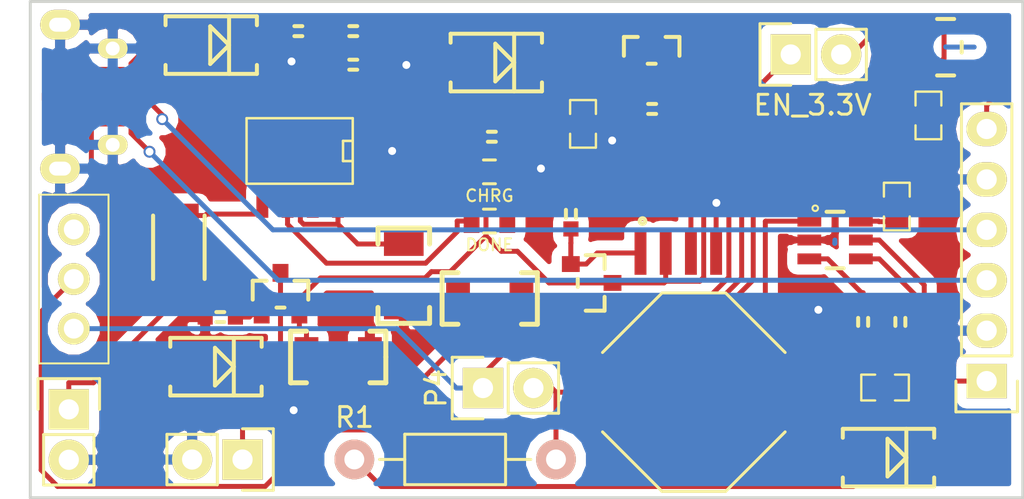
<source format=kicad_pcb>
(kicad_pcb (version 4) (host pcbnew 4.0.2-stable)

  (general
    (links 88)
    (no_connects 1)
    (area 49.924999 49.924999 100.075001 75.075001)
    (thickness 1.6)
    (drawings 4)
    (tracks 268)
    (zones 0)
    (modules 39)
    (nets 28)
  )

  (page A4)
  (layers
    (0 F.Cu signal)
    (31 B.Cu signal hide)
    (32 B.Adhes user)
    (33 F.Adhes user)
    (34 B.Paste user)
    (35 F.Paste user)
    (36 B.SilkS user)
    (37 F.SilkS user)
    (38 B.Mask user)
    (39 F.Mask user)
    (40 Dwgs.User user)
    (41 Cmts.User user)
    (42 Eco1.User user)
    (43 Eco2.User user)
    (44 Edge.Cuts user)
    (45 Margin user)
    (46 B.CrtYd user)
    (47 F.CrtYd user)
    (48 B.Fab user)
    (49 F.Fab user)
  )

  (setup
    (last_trace_width 0.25)
    (trace_clearance 0.2)
    (zone_clearance 0.508)
    (zone_45_only no)
    (trace_min 0.2)
    (segment_width 0.2)
    (edge_width 0.15)
    (via_size 0.6)
    (via_drill 0.4)
    (via_min_size 0.4)
    (via_min_drill 0.3)
    (uvia_size 0.3)
    (uvia_drill 0.1)
    (uvias_allowed no)
    (uvia_min_size 0.2)
    (uvia_min_drill 0.1)
    (pcb_text_width 0.3)
    (pcb_text_size 1.5 1.5)
    (mod_edge_width 0.15)
    (mod_text_size 1 1)
    (mod_text_width 0.15)
    (pad_size 1.524 1.524)
    (pad_drill 0.762)
    (pad_to_mask_clearance 0.2)
    (aux_axis_origin 0 0)
    (visible_elements 7FFFF7FF)
    (pcbplotparams
      (layerselection 0x00030_80000001)
      (usegerberextensions false)
      (excludeedgelayer true)
      (linewidth 0.500000)
      (plotframeref false)
      (viasonmask false)
      (mode 1)
      (useauxorigin false)
      (hpglpennumber 1)
      (hpglpenspeed 20)
      (hpglpendiameter 15)
      (hpglpenoverlay 2)
      (psnegative false)
      (psa4output false)
      (plotreference true)
      (plotvalue true)
      (plotinvisibletext false)
      (padsonsilk false)
      (subtractmaskfromsilk false)
      (outputformat 1)
      (mirror false)
      (drillshape 1)
      (scaleselection 1)
      (outputdirectory ""))
  )

  (net 0 "")
  (net 1 "Net-(C1-Pad1)")
  (net 2 GND)
  (net 3 "Net-(C2-Pad1)")
  (net 4 +5V)
  (net 5 /Power/VIN)
  (net 6 /Power/VOUT)
  (net 7 /Power/VBAT)
  (net 8 /Power/SOLAR_IN)
  (net 9 "Net-(D3-PadA)")
  (net 10 /Power/USB_IN)
  (net 11 /BAT+)
  (net 12 /USB_D+)
  (net 13 "Net-(P3-Pad4)")
  (net 14 /USB_D-)
  (net 15 /VOUT)
  (net 16 "Net-(P5-Pad2)")
  (net 17 +3V3)
  (net 18 /Power/GIN)
  (net 19 /Power/GBAT)
  (net 20 "Net-(R1-Pad1)")
  (net 21 "Net-(R2-Pad2)")
  (net 22 "Net-(LED201-Pad2)")
  (net 23 "Net-(R204-Pad1)")
  (net 24 "Net-(R205-Pad2)")
  (net 25 "Net-(SW1-Pad3)")
  (net 26 /Power/~CHRG)
  (net 27 /Power/~DONE)

  (net_class Default "This is the default net class."
    (clearance 0.2)
    (trace_width 0.25)
    (via_dia 0.6)
    (via_drill 0.4)
    (uvia_dia 0.3)
    (uvia_drill 0.1)
    (add_net +3V3)
    (add_net +5V)
    (add_net /BAT+)
    (add_net /Power/GBAT)
    (add_net /Power/GIN)
    (add_net /Power/SOLAR_IN)
    (add_net /Power/USB_IN)
    (add_net /Power/VBAT)
    (add_net /Power/VIN)
    (add_net /Power/VOUT)
    (add_net /Power/~CHRG)
    (add_net /Power/~DONE)
    (add_net /USB_D+)
    (add_net /USB_D-)
    (add_net /VOUT)
    (add_net GND)
    (add_net "Net-(C1-Pad1)")
    (add_net "Net-(C2-Pad1)")
    (add_net "Net-(D3-PadA)")
    (add_net "Net-(LED201-Pad2)")
    (add_net "Net-(P3-Pad4)")
    (add_net "Net-(P5-Pad2)")
    (add_net "Net-(R1-Pad1)")
    (add_net "Net-(R2-Pad2)")
    (add_net "Net-(R204-Pad1)")
    (add_net "Net-(R205-Pad2)")
    (add_net "Net-(SW1-Pad3)")
  )

  (module freetronics_footprints:USB-MICRO-5pin_PTHMOUNT placed (layer F.Cu) (tedit 56F126C1) (tstamp 56EBCD78)
    (at 54.0766 54.7954)
    (path /56E7FF1B)
    (attr smd)
    (fp_text reference P3 (at -2.55016 -0.01016 90) (layer Eco1.User)
      (effects (font (size 0.6 0.6) (thickness 0.1)))
    )
    (fp_text value USB_5PIN_SHELL (at 1.55 -0.05 90) (layer Eco1.User) hide
      (effects (font (size 0.6 0.6) (thickness 0.1)))
    )
    (fp_line (start -0.254 -3.683) (end -1.3335 -3.683) (layer Cmts.User) (width 0.2))
    (fp_line (start -0.20066 3.70078) (end -1.39954 3.70078) (layer Cmts.User) (width 0.20066))
    (fp_line (start -4.09956 3.70078) (end -3.79984 3.70078) (layer Cmts.User) (width 0.20066))
    (fp_line (start -4.09956 -3.70078) (end -3.79984 -3.70078) (layer Cmts.User) (width 0.20066))
    (fp_line (start -4.89966 -3.70078) (end -4.89966 -3.50012) (layer Cmts.User) (width 0.20066))
    (fp_line (start -4.89966 -3.50012) (end -4.89966 -3.40106) (layer Cmts.User) (width 0.20066))
    (fp_line (start -4.89966 -3.40106) (end -5.19938 -3.40106) (layer Cmts.User) (width 0.20066))
    (fp_line (start -5.19938 -3.40106) (end -5.30098 -3.40106) (layer Cmts.User) (width 0.20066))
    (fp_line (start -5.30098 -3.40106) (end -5.50164 -3.2004) (layer Cmts.User) (width 0.20066))
    (fp_line (start -5.50164 -3.2004) (end -5.50164 3.2004) (layer Cmts.User) (width 0.20066))
    (fp_line (start -4.89966 3.70078) (end -4.89966 3.40106) (layer Cmts.User) (width 0.20066))
    (fp_line (start -4.89966 3.40106) (end -5.30098 3.40106) (layer Cmts.User) (width 0.20066))
    (fp_line (start -5.30098 3.40106) (end -5.50164 3.2004) (layer Cmts.User) (width 0.20066))
    (fp_line (start -4.09956 -3.70078) (end -4.89966 -3.70078) (layer Cmts.User) (width 0.20066))
    (fp_line (start -4.89966 -3.70078) (end -5.50164 -4.09956) (layer Cmts.User) (width 0.20066))
    (fp_line (start -5.50164 4.09956) (end -4.89966 3.70078) (layer Cmts.User) (width 0.20066))
    (fp_line (start -4.89966 3.70078) (end -4.09956 3.70078) (layer Cmts.User) (width 0.20066))
    (fp_line (start -0.09906 -3.59918) (end -0.19812 -3.70078) (layer Cmts.User) (width 0.20066))
    (fp_line (start -4.09956 -3.70078) (end -4.09956 3.70078) (layer Cmts.User) (width 0.09906))
    (fp_line (start -0.20066 3.70078) (end -0.1016 3.59918) (layer Cmts.User) (width 0.20066))
    (pad SHLD thru_hole oval (at -2.57556 -3.62458) (size 1.99898 1.50114) (drill oval 1.09982 0.70104) (layers *.Cu *.Mask F.SilkS)
      (net 2 GND))
    (pad SHLD thru_hole oval (at -2.57556 3.62458) (size 1.99898 1.50114) (drill oval 1.09982 0.70104) (layers *.Cu *.Mask F.SilkS)
      (net 2 GND))
    (pad SHLD thru_hole oval (at 0.0762 -2.4257) (size 1.50114 1.00076) (drill 0.70104) (layers *.Cu *.Mask F.SilkS)
      (net 2 GND))
    (pad SHLD smd rect (at -2.57556 1.30048) (size 1.30048 1.00076) (layers F.Cu F.Paste F.Mask)
      (net 2 GND))
    (pad SHLD smd rect (at -2.57556 -1.30048) (size 1.30048 1.00076) (layers F.Cu F.Paste F.Mask)
      (net 2 GND))
    (pad 5 smd rect (at 0 1.30048) (size 1.34874 0.39878) (layers F.Cu F.Paste F.Mask)
      (net 2 GND))
    (pad 3 smd rect (at 0 0) (size 1.34874 0.39878) (layers F.Cu F.Paste F.Mask)
      (net 12 /USB_D+))
    (pad 4 smd rect (at 0 0.65024) (size 1.34874 0.39878) (layers F.Cu F.Paste F.Mask)
      (net 13 "Net-(P3-Pad4)"))
    (pad 2 smd rect (at 0 -0.65024) (size 1.34874 0.39878) (layers F.Cu F.Paste F.Mask)
      (net 14 /USB_D-))
    (pad SHLD thru_hole oval (at 0.0762 2.4257) (size 1.50114 1.00076) (drill 0.70104) (layers *.Cu *.Mask F.SilkS)
      (net 2 GND))
    (pad 1 smd rect (at 0 -1.30048) (size 1.34874 0.39878) (layers F.Cu F.Paste F.Mask)
      (net 10 /Power/USB_IN))
  )

  (module freetronics_footprints:SOT23-5 (layer F.Cu) (tedit 56F1285A) (tstamp 56EBCDEF)
    (at 96.1136 52.3037 270)
    (descr "<b>Small Outline Transistor</b>")
    (path /56E87AAA)
    (fp_text reference U1 (at 0 0 270) (layer Eco1.User)
      (effects (font (size 0.5 0.5) (thickness 0.1)))
    )
    (fp_text value SPX3819M5-3.3 (at -1.81864 -0.00508 360) (layer Eco1.User) hide
      (effects (font (size 0.5 0.5) (thickness 0.1)))
    )
    (fp_line (start 1.4224 -0.42926) (end 1.4224 0.42926) (layer F.SilkS) (width 0.2032))
    (fp_line (start 1.39954 0.79756) (end -1.39954 0.79756) (layer Cmts.User) (width 0.1524))
    (fp_line (start -1.4224 0.42926) (end -1.4224 -0.42926) (layer F.SilkS) (width 0.2032))
    (fp_line (start -1.39954 -0.79756) (end 1.39954 -0.79756) (layer Cmts.User) (width 0.1524))
    (fp_line (start -0.2667 -0.81026) (end 0.2667 -0.81026) (layer F.SilkS) (width 0.2032))
    (fp_line (start 1.39954 -0.79756) (end 1.39954 0.79756) (layer Cmts.User) (width 0.1524))
    (fp_line (start -1.39954 -0.79756) (end -1.39954 0.79756) (layer Cmts.User) (width 0.1524))
    (pad 1 smd rect (at -0.94996 1.29794 270) (size 0.54864 1.19888) (layers F.Cu F.Paste F.Mask)
      (net 16 "Net-(P5-Pad2)"))
    (pad 2 smd rect (at 0 1.29794 270) (size 0.54864 1.19888) (layers F.Cu F.Paste F.Mask)
      (net 2 GND))
    (pad 3 smd rect (at 0.94996 1.29794 270) (size 0.54864 1.19888) (layers F.Cu F.Paste F.Mask)
      (net 16 "Net-(P5-Pad2)"))
    (pad 4 smd rect (at 0.94996 -1.29794 270) (size 0.54864 1.19888) (layers F.Cu F.Paste F.Mask)
      (net 3 "Net-(C2-Pad1)"))
    (pad 5 smd rect (at -0.94996 -1.29794 270) (size 0.54864 1.19888) (layers F.Cu F.Paste F.Mask)
      (net 17 +3V3))
  )

  (module freetronics_footprints:0603_CAP (layer F.Cu) (tedit 56F12A0A) (tstamp 56EBCD09)
    (at 93.6549 60.3301 90)
    (path /56EACA81)
    (attr smd)
    (fp_text reference C1 (at 0 0 180) (layer Eco1.User)
      (effects (font (size 0.5 0.5) (thickness 0.1)))
    )
    (fp_text value 10uF (at 0 1 90) (layer Eco1.User) hide
      (effects (font (size 0.4 0.4) (thickness 0.1)))
    )
    (fp_line (start 0.50038 0.65024) (end 1.19888 0.65024) (layer F.SilkS) (width 0.11938))
    (fp_line (start -0.50038 0.65024) (end -1.19888 0.65024) (layer F.SilkS) (width 0.11938))
    (fp_line (start 0.50038 -0.65024) (end 1.19888 -0.65024) (layer F.SilkS) (width 0.11938))
    (fp_line (start -1.19888 -0.65024) (end -0.50038 -0.65024) (layer F.SilkS) (width 0.11938))
    (fp_line (start 1.19888 -0.635) (end 1.19888 0.635) (layer F.SilkS) (width 0.11938))
    (fp_line (start -1.19888 0.635) (end -1.19888 -0.635) (layer F.SilkS) (width 0.11938))
    (pad 1 smd rect (at -0.762 0 90) (size 0.635 1.143) (layers F.Cu F.Paste F.Mask)
      (net 1 "Net-(C1-Pad1)"))
    (pad 2 smd rect (at 0.762 0 90) (size 0.635 1.143) (layers F.Cu F.Paste F.Mask)
      (net 2 GND))
    (model smd\capacitors\C0603.wrl
      (at (xyz 0 0 0.001))
      (scale (xyz 0.5 0.5 0.5))
      (rotate (xyz 0 0 0))
    )
  )

  (module freetronics_footprints:0603_CAP (layer F.Cu) (tedit 56F129FE) (tstamp 56EBCD0F)
    (at 95.2475 55.7403 270)
    (path /56E87B9E)
    (attr smd)
    (fp_text reference C2 (at 0 0 360) (layer Eco1.User)
      (effects (font (size 0.5 0.5) (thickness 0.1)))
    )
    (fp_text value 100nF (at 0 1 270) (layer Eco1.User) hide
      (effects (font (size 0.4 0.4) (thickness 0.1)))
    )
    (fp_line (start 0.50038 0.65024) (end 1.19888 0.65024) (layer F.SilkS) (width 0.11938))
    (fp_line (start -0.50038 0.65024) (end -1.19888 0.65024) (layer F.SilkS) (width 0.11938))
    (fp_line (start 0.50038 -0.65024) (end 1.19888 -0.65024) (layer F.SilkS) (width 0.11938))
    (fp_line (start -1.19888 -0.65024) (end -0.50038 -0.65024) (layer F.SilkS) (width 0.11938))
    (fp_line (start 1.19888 -0.635) (end 1.19888 0.635) (layer F.SilkS) (width 0.11938))
    (fp_line (start -1.19888 0.635) (end -1.19888 -0.635) (layer F.SilkS) (width 0.11938))
    (pad 1 smd rect (at -0.762 0 270) (size 0.635 1.143) (layers F.Cu F.Paste F.Mask)
      (net 3 "Net-(C2-Pad1)"))
    (pad 2 smd rect (at 0.762 0 270) (size 0.635 1.143) (layers F.Cu F.Paste F.Mask)
      (net 2 GND))
    (model smd\capacitors\C0603.wrl
      (at (xyz 0 0 0.001))
      (scale (xyz 0.5 0.5 0.5))
      (rotate (xyz 0 0 0))
    )
  )

  (module freetronics_footprints:0603_CAP (layer F.Cu) (tedit 5477973D) (tstamp 56EBCD15)
    (at 93.0631 69.4487 180)
    (path /56EAC098)
    (attr smd)
    (fp_text reference C3 (at 0 0 180) (layer Eco1.User)
      (effects (font (size 0.5 0.5) (thickness 0.1)))
    )
    (fp_text value 22uF (at 0 1 180) (layer Eco1.User) hide
      (effects (font (size 0.4 0.4) (thickness 0.1)))
    )
    (fp_line (start 0.50038 0.65024) (end 1.19888 0.65024) (layer F.SilkS) (width 0.11938))
    (fp_line (start -0.50038 0.65024) (end -1.19888 0.65024) (layer F.SilkS) (width 0.11938))
    (fp_line (start 0.50038 -0.65024) (end 1.19888 -0.65024) (layer F.SilkS) (width 0.11938))
    (fp_line (start -1.19888 -0.65024) (end -0.50038 -0.65024) (layer F.SilkS) (width 0.11938))
    (fp_line (start 1.19888 -0.635) (end 1.19888 0.635) (layer F.SilkS) (width 0.11938))
    (fp_line (start -1.19888 0.635) (end -1.19888 -0.635) (layer F.SilkS) (width 0.11938))
    (pad 1 smd rect (at -0.762 0 180) (size 0.635 1.143) (layers F.Cu F.Paste F.Mask)
      (net 4 +5V))
    (pad 2 smd rect (at 0.762 0 180) (size 0.635 1.143) (layers F.Cu F.Paste F.Mask)
      (net 2 GND))
    (model smd\capacitors\C0603.wrl
      (at (xyz 0 0 0.001))
      (scale (xyz 0.5 0.5 0.5))
      (rotate (xyz 0 0 0))
    )
  )

  (module freetronics_footprints:1210_CAP (layer F.Cu) (tedit 56F129DD) (tstamp 56EBCD1B)
    (at 65.5117 67.9094)
    (path /56E80626/5642CCB8)
    (fp_text reference C201 (at 0 0 90) (layer Eco1.User)
      (effects (font (size 0.6 0.6) (thickness 0.1)))
    )
    (fp_text value "10uF 16V" (at 0 1.8) (layer Eco1.User) hide
      (effects (font (size 0.6 0.6) (thickness 0.1)))
    )
    (fp_line (start -1.6 1.3) (end -2.35 1.3) (layer F.SilkS) (width 0.25))
    (fp_line (start -2.35 1.3) (end -2.4 1.3) (layer F.SilkS) (width 0.25))
    (fp_line (start -2.4 1.3) (end -2.4 -1.3) (layer F.SilkS) (width 0.25))
    (fp_line (start -2.4 -1.3) (end -1.6 -1.3) (layer F.SilkS) (width 0.25))
    (fp_line (start 1.6 1.3) (end 2.4 1.3) (layer F.SilkS) (width 0.25))
    (fp_line (start 2.4 1.3) (end 2.4 0) (layer F.SilkS) (width 0.25))
    (fp_line (start 1.6 -1.3) (end 2.4 -1.3) (layer F.SilkS) (width 0.25))
    (fp_line (start 2.4 -1.3) (end 2.4 0) (layer F.SilkS) (width 0.25))
    (pad 1 smd rect (at -1.59766 0) (size 1.19888 1.99898) (layers F.Cu F.Paste F.Mask)
      (net 5 /Power/VIN))
    (pad 2 smd rect (at 1.59766 0) (size 1.19888 1.99898) (layers F.Cu F.Paste F.Mask)
      (net 2 GND))
  )

  (module freetronics_footprints:0603_CAP (layer F.Cu) (tedit 5477973D) (tstamp 56EBCD21)
    (at 77.8459 56.1645 270)
    (path /56E80626/5642D8F0)
    (attr smd)
    (fp_text reference C202 (at 0 0 270) (layer Eco1.User)
      (effects (font (size 0.5 0.5) (thickness 0.1)))
    )
    (fp_text value "100nF 16V" (at 0 1 270) (layer Eco1.User) hide
      (effects (font (size 0.4 0.4) (thickness 0.1)))
    )
    (fp_line (start 0.50038 0.65024) (end 1.19888 0.65024) (layer F.SilkS) (width 0.11938))
    (fp_line (start -0.50038 0.65024) (end -1.19888 0.65024) (layer F.SilkS) (width 0.11938))
    (fp_line (start 0.50038 -0.65024) (end 1.19888 -0.65024) (layer F.SilkS) (width 0.11938))
    (fp_line (start -1.19888 -0.65024) (end -0.50038 -0.65024) (layer F.SilkS) (width 0.11938))
    (fp_line (start 1.19888 -0.635) (end 1.19888 0.635) (layer F.SilkS) (width 0.11938))
    (fp_line (start -1.19888 0.635) (end -1.19888 -0.635) (layer F.SilkS) (width 0.11938))
    (pad 1 smd rect (at -0.762 0 270) (size 0.635 1.143) (layers F.Cu F.Paste F.Mask)
      (net 6 /Power/VOUT))
    (pad 2 smd rect (at 0.762 0 270) (size 0.635 1.143) (layers F.Cu F.Paste F.Mask)
      (net 2 GND))
    (model smd\capacitors\C0603.wrl
      (at (xyz 0 0 0.001))
      (scale (xyz 0.5 0.5 0.5))
      (rotate (xyz 0 0 0))
    )
  )

  (module freetronics_footprints:1210_CAP (layer F.Cu) (tedit 56F129DF) (tstamp 56EBCD27)
    (at 73.1469 64.9605)
    (path /56E80626/5642CCBE)
    (fp_text reference C203 (at 0 0 90) (layer Eco1.User)
      (effects (font (size 0.6 0.6) (thickness 0.1)))
    )
    (fp_text value "100uF 16V X5R" (at 0 1.8) (layer Eco1.User) hide
      (effects (font (size 0.6 0.6) (thickness 0.1)))
    )
    (fp_line (start -1.6 1.3) (end -2.35 1.3) (layer F.SilkS) (width 0.25))
    (fp_line (start -2.35 1.3) (end -2.4 1.3) (layer F.SilkS) (width 0.25))
    (fp_line (start -2.4 1.3) (end -2.4 -1.3) (layer F.SilkS) (width 0.25))
    (fp_line (start -2.4 -1.3) (end -1.6 -1.3) (layer F.SilkS) (width 0.25))
    (fp_line (start 1.6 1.3) (end 2.4 1.3) (layer F.SilkS) (width 0.25))
    (fp_line (start 2.4 1.3) (end 2.4 0) (layer F.SilkS) (width 0.25))
    (fp_line (start 1.6 -1.3) (end 2.4 -1.3) (layer F.SilkS) (width 0.25))
    (fp_line (start 2.4 -1.3) (end 2.4 0) (layer F.SilkS) (width 0.25))
    (pad 1 smd rect (at -1.59766 0) (size 1.19888 1.99898) (layers F.Cu F.Paste F.Mask)
      (net 2 GND))
    (pad 2 smd rect (at 1.59766 0) (size 1.19888 1.99898) (layers F.Cu F.Paste F.Mask)
      (net 6 /Power/VOUT))
  )

  (module freetronics_footprints:1210_CAP (layer F.Cu) (tedit 56F129DE) (tstamp 56EBCD2D)
    (at 68.8162 63.815 270)
    (path /56E80626/566F9EBD)
    (fp_text reference C204 (at 0 0 360) (layer Eco1.User)
      (effects (font (size 0.6 0.6) (thickness 0.1)))
    )
    (fp_text value "10uF 16V" (at 0 1.8 270) (layer Eco1.User) hide
      (effects (font (size 0.6 0.6) (thickness 0.1)))
    )
    (fp_line (start -1.6 1.3) (end -2.35 1.3) (layer F.SilkS) (width 0.25))
    (fp_line (start -2.35 1.3) (end -2.4 1.3) (layer F.SilkS) (width 0.25))
    (fp_line (start -2.4 1.3) (end -2.4 -1.3) (layer F.SilkS) (width 0.25))
    (fp_line (start -2.4 -1.3) (end -1.6 -1.3) (layer F.SilkS) (width 0.25))
    (fp_line (start 1.6 1.3) (end 2.4 1.3) (layer F.SilkS) (width 0.25))
    (fp_line (start 2.4 1.3) (end 2.4 0) (layer F.SilkS) (width 0.25))
    (fp_line (start 1.6 -1.3) (end 2.4 -1.3) (layer F.SilkS) (width 0.25))
    (fp_line (start 2.4 -1.3) (end 2.4 0) (layer F.SilkS) (width 0.25))
    (pad 1 smd rect (at -1.59766 0 270) (size 1.19888 1.99898) (layers F.Cu F.Paste F.Mask)
      (net 7 /Power/VBAT))
    (pad 2 smd rect (at 1.59766 0 270) (size 1.19888 1.99898) (layers F.Cu F.Paste F.Mask)
      (net 2 GND))
  )

  (module freetronics_footprints:DIODE_SMA (layer F.Cu) (tedit 5477985B) (tstamp 56EBCD33)
    (at 59.3547 68.3971)
    (path /56E7FDF8)
    (attr smd)
    (fp_text reference D1 (at -0.7 0 90) (layer Eco1.User)
      (effects (font (size 0.6 0.6) (thickness 0.1)))
    )
    (fp_text value SS14 (at 1 2.05) (layer Eco1.User) hide
      (effects (font (size 0.5 0.5) (thickness 0.1)))
    )
    (fp_line (start 0.89916 0) (end -0.0508 0.94996) (layer F.SilkS) (width 0.20066))
    (fp_line (start -0.0508 0.94996) (end -0.0508 -0.94996) (layer F.SilkS) (width 0.20066))
    (fp_line (start 0.89916 0) (end -0.0508 -0.94996) (layer F.SilkS) (width 0.20066))
    (fp_line (start 0.89916 -1.45034) (end 0.89916 1.45034) (layer F.SilkS) (width 0.20066))
    (fp_line (start -2.30124 1.45034) (end -2.30124 1.00076) (layer F.SilkS) (width 0.20066))
    (fp_line (start -2.30124 1.45034) (end 2.30124 1.45034) (layer F.SilkS) (width 0.20066))
    (fp_line (start 2.30124 1.45034) (end 2.30124 1.00076) (layer F.SilkS) (width 0.20066))
    (fp_line (start -2.30124 -1.45034) (end -2.30124 -1.00076) (layer F.SilkS) (width 0.20066))
    (fp_line (start -2.30124 -1.45034) (end 2.30124 -1.45034) (layer F.SilkS) (width 0.20066))
    (fp_line (start 2.30124 -1.45034) (end 2.30124 -1.00076) (layer F.SilkS) (width 0.20066))
    (pad A smd rect (at -2.14884 0) (size 1.27 1.47066) (layers F.Cu F.Paste F.Mask)
      (net 2 GND))
    (pad K smd rect (at 2.14884 0) (size 1.27 1.47066) (layers F.Cu F.Paste F.Mask)
      (net 8 /Power/SOLAR_IN))
  )

  (module freetronics_footprints:DIODE_SMA (layer F.Cu) (tedit 5477985B) (tstamp 56EBCD39)
    (at 73.4771 53.0758)
    (path /56E8649A)
    (attr smd)
    (fp_text reference D2 (at -0.7 0 90) (layer Eco1.User)
      (effects (font (size 0.6 0.6) (thickness 0.1)))
    )
    (fp_text value SS14 (at 1 2.05) (layer Eco1.User) hide
      (effects (font (size 0.5 0.5) (thickness 0.1)))
    )
    (fp_line (start 0.89916 0) (end -0.0508 0.94996) (layer F.SilkS) (width 0.20066))
    (fp_line (start -0.0508 0.94996) (end -0.0508 -0.94996) (layer F.SilkS) (width 0.20066))
    (fp_line (start 0.89916 0) (end -0.0508 -0.94996) (layer F.SilkS) (width 0.20066))
    (fp_line (start 0.89916 -1.45034) (end 0.89916 1.45034) (layer F.SilkS) (width 0.20066))
    (fp_line (start -2.30124 1.45034) (end -2.30124 1.00076) (layer F.SilkS) (width 0.20066))
    (fp_line (start -2.30124 1.45034) (end 2.30124 1.45034) (layer F.SilkS) (width 0.20066))
    (fp_line (start 2.30124 1.45034) (end 2.30124 1.00076) (layer F.SilkS) (width 0.20066))
    (fp_line (start -2.30124 -1.45034) (end -2.30124 -1.00076) (layer F.SilkS) (width 0.20066))
    (fp_line (start -2.30124 -1.45034) (end 2.30124 -1.45034) (layer F.SilkS) (width 0.20066))
    (fp_line (start 2.30124 -1.45034) (end 2.30124 -1.00076) (layer F.SilkS) (width 0.20066))
    (pad A smd rect (at -2.14884 0) (size 1.27 1.47066) (layers F.Cu F.Paste F.Mask)
      (net 2 GND))
    (pad K smd rect (at 2.14884 0) (size 1.27 1.47066) (layers F.Cu F.Paste F.Mask)
      (net 7 /Power/VBAT))
  )

  (module freetronics_footprints:DIODE_SMA (layer F.Cu) (tedit 5477985B) (tstamp 56EBCD3F)
    (at 93.2358 72.9793)
    (path /56EAB280)
    (attr smd)
    (fp_text reference D3 (at -0.7 0 90) (layer Eco1.User)
      (effects (font (size 0.6 0.6) (thickness 0.1)))
    )
    (fp_text value SS14 (at 1 2.05) (layer Eco1.User) hide
      (effects (font (size 0.5 0.5) (thickness 0.1)))
    )
    (fp_line (start 0.89916 0) (end -0.0508 0.94996) (layer F.SilkS) (width 0.20066))
    (fp_line (start -0.0508 0.94996) (end -0.0508 -0.94996) (layer F.SilkS) (width 0.20066))
    (fp_line (start 0.89916 0) (end -0.0508 -0.94996) (layer F.SilkS) (width 0.20066))
    (fp_line (start 0.89916 -1.45034) (end 0.89916 1.45034) (layer F.SilkS) (width 0.20066))
    (fp_line (start -2.30124 1.45034) (end -2.30124 1.00076) (layer F.SilkS) (width 0.20066))
    (fp_line (start -2.30124 1.45034) (end 2.30124 1.45034) (layer F.SilkS) (width 0.20066))
    (fp_line (start 2.30124 1.45034) (end 2.30124 1.00076) (layer F.SilkS) (width 0.20066))
    (fp_line (start -2.30124 -1.45034) (end -2.30124 -1.00076) (layer F.SilkS) (width 0.20066))
    (fp_line (start -2.30124 -1.45034) (end 2.30124 -1.45034) (layer F.SilkS) (width 0.20066))
    (fp_line (start 2.30124 -1.45034) (end 2.30124 -1.00076) (layer F.SilkS) (width 0.20066))
    (pad A smd rect (at -2.14884 0) (size 1.27 1.47066) (layers F.Cu F.Paste F.Mask)
      (net 9 "Net-(D3-PadA)"))
    (pad K smd rect (at 2.14884 0) (size 1.27 1.47066) (layers F.Cu F.Paste F.Mask)
      (net 4 +5V))
  )

  (module freetronics_footprints:DIODE_SMA (layer F.Cu) (tedit 5477985B) (tstamp 56EBCD45)
    (at 59.116 52.197)
    (path /56E80626/563C54FD)
    (attr smd)
    (fp_text reference D201 (at -0.7 0 90) (layer Eco1.User)
      (effects (font (size 0.6 0.6) (thickness 0.1)))
    )
    (fp_text value SS14 (at 1 2.05) (layer Eco1.User) hide
      (effects (font (size 0.5 0.5) (thickness 0.1)))
    )
    (fp_line (start 0.89916 0) (end -0.0508 0.94996) (layer F.SilkS) (width 0.20066))
    (fp_line (start -0.0508 0.94996) (end -0.0508 -0.94996) (layer F.SilkS) (width 0.20066))
    (fp_line (start 0.89916 0) (end -0.0508 -0.94996) (layer F.SilkS) (width 0.20066))
    (fp_line (start 0.89916 -1.45034) (end 0.89916 1.45034) (layer F.SilkS) (width 0.20066))
    (fp_line (start -2.30124 1.45034) (end -2.30124 1.00076) (layer F.SilkS) (width 0.20066))
    (fp_line (start -2.30124 1.45034) (end 2.30124 1.45034) (layer F.SilkS) (width 0.20066))
    (fp_line (start 2.30124 1.45034) (end 2.30124 1.00076) (layer F.SilkS) (width 0.20066))
    (fp_line (start -2.30124 -1.45034) (end -2.30124 -1.00076) (layer F.SilkS) (width 0.20066))
    (fp_line (start -2.30124 -1.45034) (end 2.30124 -1.45034) (layer F.SilkS) (width 0.20066))
    (fp_line (start 2.30124 -1.45034) (end 2.30124 -1.00076) (layer F.SilkS) (width 0.20066))
    (pad A smd rect (at -2.14884 0) (size 1.27 1.47066) (layers F.Cu F.Paste F.Mask)
      (net 10 /Power/USB_IN))
    (pad K smd rect (at 2.14884 0) (size 1.27 1.47066) (layers F.Cu F.Paste F.Mask)
      (net 5 /Power/VIN))
  )

  (module freetronics_footprints:1210 (layer F.Cu) (tedit 54779969) (tstamp 56EBCD4B)
    (at 57.4853 62.3824 90)
    (path /56E863EF)
    (fp_text reference F1 (at 0 0 90) (layer Eco1.User)
      (effects (font (size 0.6 0.6) (thickness 0.1)))
    )
    (fp_text value "1A PTC" (at 0 1.85 90) (layer Eco1.User) hide
      (effects (font (size 0.6 0.6) (thickness 0.1)))
    )
    (fp_line (start -1.59766 -1.29794) (end 1.59766 -1.29794) (layer Cmts.User) (width 0.127))
    (fp_line (start 1.59766 -1.29794) (end 1.59766 1.29794) (layer Cmts.User) (width 0.127))
    (fp_line (start 1.59766 1.29794) (end -1.59766 1.29794) (layer Cmts.User) (width 0.127))
    (fp_line (start -1.59766 1.29794) (end -1.59766 -1.29794) (layer Cmts.User) (width 0.127))
    (fp_line (start -1.59766 -1.29794) (end 1.59766 -1.29794) (layer F.SilkS) (width 0.2032))
    (fp_line (start -1.59766 1.29794) (end 1.59766 1.29794) (layer F.SilkS) (width 0.2032))
    (pad 1 smd rect (at -1.59766 0 90) (size 1.19888 1.99898) (layers F.Cu F.Paste F.Mask)
      (net 11 /BAT+))
    (pad 2 smd rect (at 1.59766 0 90) (size 1.19888 1.99898) (layers F.Cu F.Paste F.Mask)
      (net 7 /Power/VBAT))
  )

  (module freetronics_footprints:IND_SRU1038 placed (layer F.Cu) (tedit 5477A38E) (tstamp 56EBCD51)
    (at 83.4288 69.6824)
    (path /56EAAE4A)
    (fp_text reference L1 (at 0 -2.3) (layer Eco1.User)
      (effects (font (size 0.8 0.8) (thickness 0.125)))
    )
    (fp_text value 2.2uH (at 0 2.05) (layer Eco1.User)
      (effects (font (size 0.8 0.8) (thickness 0.125)))
    )
    (fp_line (start 1.6 -5) (end 4.6 -2) (layer F.SilkS) (width 0.15))
    (fp_line (start -1.6 -5) (end -4.6 -2) (layer F.SilkS) (width 0.15))
    (fp_line (start 1.6 -5) (end -1.6 -5) (layer F.SilkS) (width 0.15))
    (fp_line (start -1.6 5) (end -4.6 2) (layer F.SilkS) (width 0.15))
    (fp_line (start -1.6 5) (end 1.6 5) (layer F.SilkS) (width 0.15))
    (fp_line (start 1.6 5) (end 4.6 2) (layer F.SilkS) (width 0.15))
    (pad 1 smd rect (at -4.5 0) (size 1.8 3.6) (layers F.Cu F.Paste F.Mask)
      (net 1 "Net-(C1-Pad1)"))
    (pad 2 smd rect (at 4.5 0) (size 1.8 3.6) (layers F.Cu F.Paste F.Mask)
      (net 9 "Net-(D3-PadA)"))
  )

  (module Pin_Headers:Pin_Header_Straight_1x02 (layer F.Cu) (tedit 56F1268D) (tstamp 56EBCD63)
    (at 51.9405 70.5485)
    (descr "Through hole pin header")
    (tags "pin header")
    (path /56E86961)
    (fp_text reference P1 (at 2.68732 1.17856) (layer F.SilkS) hide
      (effects (font (size 1 1) (thickness 0.15)))
    )
    (fp_text value BATTERY (at 2.49682 1.33858 90) (layer F.Fab)
      (effects (font (size 1 1) (thickness 0.15)))
    )
    (fp_line (start 1.27 1.27) (end 1.27 3.81) (layer F.SilkS) (width 0.15))
    (fp_line (start 1.55 -1.55) (end 1.55 0) (layer F.SilkS) (width 0.15))
    (fp_line (start -1.75 -1.75) (end -1.75 4.3) (layer F.CrtYd) (width 0.05))
    (fp_line (start 1.75 -1.75) (end 1.75 4.3) (layer F.CrtYd) (width 0.05))
    (fp_line (start -1.75 -1.75) (end 1.75 -1.75) (layer F.CrtYd) (width 0.05))
    (fp_line (start -1.75 4.3) (end 1.75 4.3) (layer F.CrtYd) (width 0.05))
    (fp_line (start 1.27 1.27) (end -1.27 1.27) (layer F.SilkS) (width 0.15))
    (fp_line (start -1.55 0) (end -1.55 -1.55) (layer F.SilkS) (width 0.15))
    (fp_line (start -1.55 -1.55) (end 1.55 -1.55) (layer F.SilkS) (width 0.15))
    (fp_line (start -1.27 1.27) (end -1.27 3.81) (layer F.SilkS) (width 0.15))
    (fp_line (start -1.27 3.81) (end 1.27 3.81) (layer F.SilkS) (width 0.15))
    (pad 1 thru_hole rect (at 0 0) (size 2.032 2.032) (drill 1.016) (layers *.Cu *.Mask F.SilkS)
      (net 11 /BAT+))
    (pad 2 thru_hole oval (at 0 2.54) (size 2.032 2.032) (drill 1.016) (layers *.Cu *.Mask F.SilkS)
      (net 2 GND))
    (model Pin_Headers.3dshapes/Pin_Header_Straight_1x02.wrl
      (at (xyz 0 -0.05 0))
      (scale (xyz 1 1 1))
      (rotate (xyz 0 0 90))
    )
  )

  (module Pin_Headers:Pin_Header_Straight_1x02 (layer F.Cu) (tedit 56F1279F) (tstamp 56EBCD69)
    (at 60.6933 73.0758 270)
    (descr "Through hole pin header")
    (tags "pin header")
    (path /56E7FF1D)
    (fp_text reference P2 (at -2.3622 4.09194 360) (layer F.SilkS) hide
      (effects (font (size 1 1) (thickness 0.15)))
    )
    (fp_text value CHRG (at -2.34696 1.28778 360) (layer F.Fab)
      (effects (font (size 1 1) (thickness 0.15)))
    )
    (fp_line (start 1.27 1.27) (end 1.27 3.81) (layer F.SilkS) (width 0.15))
    (fp_line (start 1.55 -1.55) (end 1.55 0) (layer F.SilkS) (width 0.15))
    (fp_line (start -1.75 -1.75) (end -1.75 4.3) (layer F.CrtYd) (width 0.05))
    (fp_line (start 1.75 -1.75) (end 1.75 4.3) (layer F.CrtYd) (width 0.05))
    (fp_line (start -1.75 -1.75) (end 1.75 -1.75) (layer F.CrtYd) (width 0.05))
    (fp_line (start -1.75 4.3) (end 1.75 4.3) (layer F.CrtYd) (width 0.05))
    (fp_line (start 1.27 1.27) (end -1.27 1.27) (layer F.SilkS) (width 0.15))
    (fp_line (start -1.55 0) (end -1.55 -1.55) (layer F.SilkS) (width 0.15))
    (fp_line (start -1.55 -1.55) (end 1.55 -1.55) (layer F.SilkS) (width 0.15))
    (fp_line (start -1.27 1.27) (end -1.27 3.81) (layer F.SilkS) (width 0.15))
    (fp_line (start -1.27 3.81) (end 1.27 3.81) (layer F.SilkS) (width 0.15))
    (pad 1 thru_hole rect (at 0 0 270) (size 2.032 2.032) (drill 1.016) (layers *.Cu *.Mask F.SilkS)
      (net 8 /Power/SOLAR_IN))
    (pad 2 thru_hole oval (at 0 2.54 270) (size 2.032 2.032) (drill 1.016) (layers *.Cu *.Mask F.SilkS)
      (net 2 GND))
    (model Pin_Headers.3dshapes/Pin_Header_Straight_1x02.wrl
      (at (xyz 0 -0.05 0))
      (scale (xyz 1 1 1))
      (rotate (xyz 0 0 90))
    )
  )

  (module Pin_Headers:Pin_Header_Straight_1x02 (layer F.Cu) (tedit 56F13B15) (tstamp 56EBCD7E)
    (at 72.8066 69.4741 90)
    (descr "Through hole pin header")
    (tags "pin header")
    (path /56EAC97B)
    (fp_text reference P4 (at -0.01016 -2.3622 90) (layer F.SilkS)
      (effects (font (size 1 1) (thickness 0.15)))
    )
    (fp_text value EN_5V (at 2.45872 1.17348 180) (layer F.Fab)
      (effects (font (size 1 1) (thickness 0.15)))
    )
    (fp_line (start 1.27 1.27) (end 1.27 3.81) (layer F.SilkS) (width 0.15))
    (fp_line (start 1.55 -1.55) (end 1.55 0) (layer F.SilkS) (width 0.15))
    (fp_line (start -1.75 -1.75) (end -1.75 4.3) (layer F.CrtYd) (width 0.05))
    (fp_line (start 1.75 -1.75) (end 1.75 4.3) (layer F.CrtYd) (width 0.05))
    (fp_line (start -1.75 -1.75) (end 1.75 -1.75) (layer F.CrtYd) (width 0.05))
    (fp_line (start -1.75 4.3) (end 1.75 4.3) (layer F.CrtYd) (width 0.05))
    (fp_line (start 1.27 1.27) (end -1.27 1.27) (layer F.SilkS) (width 0.15))
    (fp_line (start -1.55 0) (end -1.55 -1.55) (layer F.SilkS) (width 0.15))
    (fp_line (start -1.55 -1.55) (end 1.55 -1.55) (layer F.SilkS) (width 0.15))
    (fp_line (start -1.27 1.27) (end -1.27 3.81) (layer F.SilkS) (width 0.15))
    (fp_line (start -1.27 3.81) (end 1.27 3.81) (layer F.SilkS) (width 0.15))
    (pad 1 thru_hole rect (at 0 0 90) (size 2.032 2.032) (drill 1.016) (layers *.Cu *.Mask F.SilkS)
      (net 15 /VOUT))
    (pad 2 thru_hole oval (at 0 2.54 90) (size 2.032 2.032) (drill 1.016) (layers *.Cu *.Mask F.SilkS)
      (net 1 "Net-(C1-Pad1)"))
    (model Pin_Headers.3dshapes/Pin_Header_Straight_1x02.wrl
      (at (xyz 0 -0.05 0))
      (scale (xyz 1 1 1))
      (rotate (xyz 0 0 90))
    )
  )

  (module Pin_Headers:Pin_Header_Straight_1x02 (layer F.Cu) (tedit 56F286F3) (tstamp 56EBCD84)
    (at 88.3107 52.6694 90)
    (descr "Through hole pin header")
    (tags "pin header")
    (path /56EB0B0B)
    (fp_text reference P5 (at -2.5527 1.2192 180) (layer F.SilkS) hide
      (effects (font (size 1 1) (thickness 0.15)))
    )
    (fp_text value EN_3.3V (at -2.5527 1.1049 180) (layer F.SilkS)
      (effects (font (size 1 1) (thickness 0.15)))
    )
    (fp_line (start 1.27 1.27) (end 1.27 3.81) (layer F.SilkS) (width 0.15))
    (fp_line (start 1.55 -1.55) (end 1.55 0) (layer F.SilkS) (width 0.15))
    (fp_line (start -1.75 -1.75) (end -1.75 4.3) (layer F.CrtYd) (width 0.05))
    (fp_line (start 1.75 -1.75) (end 1.75 4.3) (layer F.CrtYd) (width 0.05))
    (fp_line (start -1.75 -1.75) (end 1.75 -1.75) (layer F.CrtYd) (width 0.05))
    (fp_line (start -1.75 4.3) (end 1.75 4.3) (layer F.CrtYd) (width 0.05))
    (fp_line (start 1.27 1.27) (end -1.27 1.27) (layer F.SilkS) (width 0.15))
    (fp_line (start -1.55 0) (end -1.55 -1.55) (layer F.SilkS) (width 0.15))
    (fp_line (start -1.55 -1.55) (end 1.55 -1.55) (layer F.SilkS) (width 0.15))
    (fp_line (start -1.27 1.27) (end -1.27 3.81) (layer F.SilkS) (width 0.15))
    (fp_line (start -1.27 3.81) (end 1.27 3.81) (layer F.SilkS) (width 0.15))
    (pad 1 thru_hole rect (at 0 0 90) (size 2.032 2.032) (drill 1.016) (layers *.Cu *.Mask F.SilkS)
      (net 15 /VOUT))
    (pad 2 thru_hole oval (at 0 2.54 90) (size 2.032 2.032) (drill 1.016) (layers *.Cu *.Mask F.SilkS)
      (net 16 "Net-(P5-Pad2)"))
    (model Pin_Headers.3dshapes/Pin_Header_Straight_1x02.wrl
      (at (xyz 0 -0.05 0))
      (scale (xyz 1 1 1))
      (rotate (xyz 0 0 90))
    )
  )

  (module Pin_Headers:Pin_Header_Straight_1x06 placed (layer F.Cu) (tedit 56F28966) (tstamp 56EBCD8E)
    (at 98.1812 69.1236 180)
    (descr "Through hole pin header")
    (tags "pin header")
    (path /56EB1E38)
    (fp_text reference P6 (at 2.25048 6.31448 270) (layer F.SilkS) hide
      (effects (font (size 1 1) (thickness 0.15)))
    )
    (fp_text value CONN_01X06 (at 2.25048 6.3348 270) (layer F.Fab) hide
      (effects (font (size 1 1) (thickness 0.15)))
    )
    (fp_line (start -1.75 -1.75) (end -1.75 14.45) (layer F.CrtYd) (width 0.05))
    (fp_line (start 1.75 -1.75) (end 1.75 14.45) (layer F.CrtYd) (width 0.05))
    (fp_line (start -1.75 -1.75) (end 1.75 -1.75) (layer F.CrtYd) (width 0.05))
    (fp_line (start -1.75 14.45) (end 1.75 14.45) (layer F.CrtYd) (width 0.05))
    (fp_line (start 1.27 1.27) (end 1.27 13.97) (layer F.SilkS) (width 0.15))
    (fp_line (start 1.27 13.97) (end -1.27 13.97) (layer F.SilkS) (width 0.15))
    (fp_line (start -1.27 13.97) (end -1.27 1.27) (layer F.SilkS) (width 0.15))
    (fp_line (start 1.55 -1.55) (end 1.55 0) (layer F.SilkS) (width 0.15))
    (fp_line (start 1.27 1.27) (end -1.27 1.27) (layer F.SilkS) (width 0.15))
    (fp_line (start -1.55 0) (end -1.55 -1.55) (layer F.SilkS) (width 0.15))
    (fp_line (start -1.55 -1.55) (end 1.55 -1.55) (layer F.SilkS) (width 0.15))
    (pad 1 thru_hole rect (at 0 0 180) (size 2.032 1.7272) (drill 1.016) (layers *.Cu *.Mask F.SilkS)
      (net 4 +5V))
    (pad 2 thru_hole oval (at 0 2.54 180) (size 2.032 1.7272) (drill 1.016) (layers *.Cu *.Mask F.SilkS)
      (net 2 GND))
    (pad 3 thru_hole oval (at 0 5.08 180) (size 2.032 1.7272) (drill 1.016) (layers *.Cu *.Mask F.SilkS)
      (net 12 /USB_D+))
    (pad 4 thru_hole oval (at 0 7.62 180) (size 2.032 1.7272) (drill 1.016) (layers *.Cu *.Mask F.SilkS)
      (net 14 /USB_D-))
    (pad 5 thru_hole oval (at 0 10.16 180) (size 2.032 1.7272) (drill 1.016) (layers *.Cu *.Mask F.SilkS)
      (net 2 GND))
    (pad 6 thru_hole oval (at 0 12.7 180) (size 2.032 1.7272) (drill 1.016) (layers *.Cu *.Mask F.SilkS)
      (net 17 +3V3))
    (model Pin_Headers.3dshapes/Pin_Header_Straight_1x06.wrl
      (at (xyz 0 -0.25 0))
      (scale (xyz 1 1 1))
      (rotate (xyz 0 0 90))
    )
  )

  (module freetronics_footprints:SOT23_FET (layer F.Cu) (tedit 5477A114) (tstamp 56EBCD95)
    (at 62.6059 64.77)
    (path /56E80626/563C5347)
    (attr smd)
    (fp_text reference Q201 (at 0 -0.05) (layer Eco1.User)
      (effects (font (size 0.5 0.5) (thickness 0.1)))
    )
    (fp_text value FDN340P (at 0 2.1) (layer Eco1.User) hide
      (effects (font (size 0.5 0.5) (thickness 0.1)))
    )
    (fp_line (start -0.20066 0.65024) (end 0.20066 0.65024) (layer F.SilkS) (width 0.20066))
    (fp_line (start 1.39954 -0.70104) (end 1.39954 0.24892) (layer F.SilkS) (width 0.20066))
    (fp_line (start 1.39954 -0.70104) (end 0.70104 -0.70104) (layer F.SilkS) (width 0.20066))
    (fp_line (start -1.39954 -0.70104) (end -0.70104 -0.70104) (layer F.SilkS) (width 0.20066))
    (fp_line (start -1.39954 -0.70104) (end -1.39954 0.24892) (layer F.SilkS) (width 0.20066))
    (pad D smd rect (at 0 -1.09982) (size 0.8001 0.89916) (layers F.Cu F.Paste F.Mask)
      (net 8 /Power/SOLAR_IN))
    (pad G smd rect (at -0.94996 1.00076) (size 0.8001 0.89916) (layers F.Cu F.Paste F.Mask)
      (net 10 /Power/USB_IN))
    (pad S smd rect (at 0.94996 1.00076) (size 0.8001 0.89916) (layers F.Cu F.Paste F.Mask)
      (net 5 /Power/VIN))
  )

  (module freetronics_footprints:SOT23_FET (layer F.Cu) (tedit 5477A114) (tstamp 56EBCD9C)
    (at 78.232 64.1782 270)
    (path /56E80626/563FE525)
    (attr smd)
    (fp_text reference Q202 (at 0 -0.05 270) (layer Eco1.User)
      (effects (font (size 0.5 0.5) (thickness 0.1)))
    )
    (fp_text value FDN340P (at 0 2.1 270) (layer Eco1.User) hide
      (effects (font (size 0.5 0.5) (thickness 0.1)))
    )
    (fp_line (start -0.20066 0.65024) (end 0.20066 0.65024) (layer F.SilkS) (width 0.20066))
    (fp_line (start 1.39954 -0.70104) (end 1.39954 0.24892) (layer F.SilkS) (width 0.20066))
    (fp_line (start 1.39954 -0.70104) (end 0.70104 -0.70104) (layer F.SilkS) (width 0.20066))
    (fp_line (start -1.39954 -0.70104) (end -0.70104 -0.70104) (layer F.SilkS) (width 0.20066))
    (fp_line (start -1.39954 -0.70104) (end -1.39954 0.24892) (layer F.SilkS) (width 0.20066))
    (pad D smd rect (at 0 -1.09982 270) (size 0.8001 0.89916) (layers F.Cu F.Paste F.Mask)
      (net 5 /Power/VIN))
    (pad G smd rect (at -0.94996 1.00076 270) (size 0.8001 0.89916) (layers F.Cu F.Paste F.Mask)
      (net 18 /Power/GIN))
    (pad S smd rect (at 0.94996 1.00076 270) (size 0.8001 0.89916) (layers F.Cu F.Paste F.Mask)
      (net 6 /Power/VOUT))
  )

  (module freetronics_footprints:SOT23_FET (layer F.Cu) (tedit 5477A114) (tstamp 56EBCDA3)
    (at 81.3054 52.4866)
    (path /56E80626/5641832A)
    (attr smd)
    (fp_text reference Q203 (at 0 -0.05) (layer Eco1.User)
      (effects (font (size 0.5 0.5) (thickness 0.1)))
    )
    (fp_text value FDN340P (at 0 2.1) (layer Eco1.User) hide
      (effects (font (size 0.5 0.5) (thickness 0.1)))
    )
    (fp_line (start -0.20066 0.65024) (end 0.20066 0.65024) (layer F.SilkS) (width 0.20066))
    (fp_line (start 1.39954 -0.70104) (end 1.39954 0.24892) (layer F.SilkS) (width 0.20066))
    (fp_line (start 1.39954 -0.70104) (end 0.70104 -0.70104) (layer F.SilkS) (width 0.20066))
    (fp_line (start -1.39954 -0.70104) (end -0.70104 -0.70104) (layer F.SilkS) (width 0.20066))
    (fp_line (start -1.39954 -0.70104) (end -1.39954 0.24892) (layer F.SilkS) (width 0.20066))
    (pad D smd rect (at 0 -1.09982) (size 0.8001 0.89916) (layers F.Cu F.Paste F.Mask)
      (net 7 /Power/VBAT))
    (pad G smd rect (at -0.94996 1.00076) (size 0.8001 0.89916) (layers F.Cu F.Paste F.Mask)
      (net 19 /Power/GBAT))
    (pad S smd rect (at 0.94996 1.00076) (size 0.8001 0.89916) (layers F.Cu F.Paste F.Mask)
      (net 6 /Power/VOUT))
  )

  (module Resistors_ThroughHole:Resistor_Horizontal_RM10mm (layer F.Cu) (tedit 56F12801) (tstamp 56EBCDA9)
    (at 66.3245 73.0707)
    (descr "Resistor, Axial,  RM 10mm, 1/3W")
    (tags "Resistor Axial RM 10mm 1/3W")
    (path /56EAD445)
    (fp_text reference R1 (at 0.00762 -2.11836) (layer F.SilkS)
      (effects (font (size 1 1) (thickness 0.15)))
    )
    (fp_text value 1M (at 5.11302 -0.01524) (layer F.Fab)
      (effects (font (size 1 1) (thickness 0.15)))
    )
    (fp_line (start -1.25 -1.5) (end 11.4 -1.5) (layer F.CrtYd) (width 0.05))
    (fp_line (start -1.25 1.5) (end -1.25 -1.5) (layer F.CrtYd) (width 0.05))
    (fp_line (start 11.4 -1.5) (end 11.4 1.5) (layer F.CrtYd) (width 0.05))
    (fp_line (start -1.25 1.5) (end 11.4 1.5) (layer F.CrtYd) (width 0.05))
    (fp_line (start 2.54 -1.27) (end 7.62 -1.27) (layer F.SilkS) (width 0.15))
    (fp_line (start 7.62 -1.27) (end 7.62 1.27) (layer F.SilkS) (width 0.15))
    (fp_line (start 7.62 1.27) (end 2.54 1.27) (layer F.SilkS) (width 0.15))
    (fp_line (start 2.54 1.27) (end 2.54 -1.27) (layer F.SilkS) (width 0.15))
    (fp_line (start 2.54 0) (end 1.27 0) (layer F.SilkS) (width 0.15))
    (fp_line (start 7.62 0) (end 8.89 0) (layer F.SilkS) (width 0.15))
    (pad 1 thru_hole circle (at 0 0) (size 1.99898 1.99898) (drill 1.00076) (layers *.Cu *.SilkS *.Mask)
      (net 20 "Net-(R1-Pad1)"))
    (pad 2 thru_hole circle (at 10.16 0) (size 1.99898 1.99898) (drill 1.00076) (layers *.Cu *.SilkS *.Mask)
      (net 1 "Net-(C1-Pad1)"))
    (model Resistors_ThroughHole.3dshapes/Resistor_Horizontal_RM10mm.wrl
      (at (xyz 0.2 0 0))
      (scale (xyz 0.4 0.4 0.4))
      (rotate (xyz 0 0 0))
    )
  )

  (module freetronics_footprints:0603 (layer F.Cu) (tedit 56F12A3C) (tstamp 56EBCDAF)
    (at 93.8327 66.1416 90)
    (path /56EAB463)
    (attr smd)
    (fp_text reference R2 (at -0.01778 -0.90932 90) (layer Eco1.User)
      (effects (font (size 0.5 0.5) (thickness 0.1)))
    )
    (fp_text value 95.3K (at 0.1 0.8 90) (layer Eco1.User) hide
      (effects (font (size 0.4 0.4) (thickness 0.1)))
    )
    (fp_line (start -0.20066 0.25146) (end 0.20066 0.25146) (layer F.SilkS) (width 0.20066))
    (fp_line (start -0.20066 -0.25146) (end 0.20066 -0.25146) (layer F.SilkS) (width 0.20066))
    (pad 1 smd rect (at -0.762 0 90) (size 0.762 0.762) (layers F.Cu F.Paste F.Mask)
      (net 4 +5V))
    (pad 2 smd rect (at 0.762 0 90) (size 0.762 0.762) (layers F.Cu F.Paste F.Mask)
      (net 21 "Net-(R2-Pad2)"))
    (model smd\resistors\R0603.wrl
      (at (xyz 0 0 0.001))
      (scale (xyz 0.5 0.5 0.5))
      (rotate (xyz 0 0 0))
    )
  )

  (module freetronics_footprints:0603 (layer F.Cu) (tedit 56F12A38) (tstamp 56EBCDB5)
    (at 91.9582 66.1416 270)
    (path /56EABF67)
    (attr smd)
    (fp_text reference R3 (at 0.04064 -0.96266 270) (layer Eco1.User)
      (effects (font (size 0.5 0.5) (thickness 0.1)))
    )
    (fp_text value 30.9K (at 0.1 0.8 270) (layer Eco1.User) hide
      (effects (font (size 0.4 0.4) (thickness 0.1)))
    )
    (fp_line (start -0.20066 0.25146) (end 0.20066 0.25146) (layer F.SilkS) (width 0.20066))
    (fp_line (start -0.20066 -0.25146) (end 0.20066 -0.25146) (layer F.SilkS) (width 0.20066))
    (pad 1 smd rect (at -0.762 0 270) (size 0.762 0.762) (layers F.Cu F.Paste F.Mask)
      (net 21 "Net-(R2-Pad2)"))
    (pad 2 smd rect (at 0.762 0 270) (size 0.762 0.762) (layers F.Cu F.Paste F.Mask)
      (net 2 GND))
    (model smd\resistors\R0603.wrl
      (at (xyz 0 0 0.001))
      (scale (xyz 0.5 0.5 0.5))
      (rotate (xyz 0 0 0))
    )
  )

  (module freetronics_footprints:0603 (layer F.Cu) (tedit 54778FE4) (tstamp 56EBCDBB)
    (at 77.2363 60.6958 90)
    (path /56E80626/56EBE55C)
    (attr smd)
    (fp_text reference R4 (at -0.1 -0.7 90) (layer Eco1.User)
      (effects (font (size 0.5 0.5) (thickness 0.1)))
    )
    (fp_text value 100K (at 0.1 0.8 90) (layer Eco1.User) hide
      (effects (font (size 0.4 0.4) (thickness 0.1)))
    )
    (fp_line (start -0.20066 0.25146) (end 0.20066 0.25146) (layer F.SilkS) (width 0.20066))
    (fp_line (start -0.20066 -0.25146) (end 0.20066 -0.25146) (layer F.SilkS) (width 0.20066))
    (pad 1 smd rect (at -0.762 0 90) (size 0.762 0.762) (layers F.Cu F.Paste F.Mask)
      (net 18 /Power/GIN))
    (pad 2 smd rect (at 0.762 0 90) (size 0.762 0.762) (layers F.Cu F.Paste F.Mask)
      (net 2 GND))
    (model smd\resistors\R0603.wrl
      (at (xyz 0 0 0.001))
      (scale (xyz 0.5 0.5 0.5))
      (rotate (xyz 0 0 0))
    )
  )

  (module freetronics_footprints:0603 (layer F.Cu) (tedit 54778FE4) (tstamp 56EBCDC1)
    (at 81.3283 55.4126)
    (path /56E80626/56EBECD6)
    (attr smd)
    (fp_text reference R5 (at -0.1 -0.7) (layer Eco1.User)
      (effects (font (size 0.5 0.5) (thickness 0.1)))
    )
    (fp_text value 100K (at 0.1 0.8) (layer Eco1.User) hide
      (effects (font (size 0.4 0.4) (thickness 0.1)))
    )
    (fp_line (start -0.20066 0.25146) (end 0.20066 0.25146) (layer F.SilkS) (width 0.20066))
    (fp_line (start -0.20066 -0.25146) (end 0.20066 -0.25146) (layer F.SilkS) (width 0.20066))
    (pad 1 smd rect (at -0.762 0) (size 0.762 0.762) (layers F.Cu F.Paste F.Mask)
      (net 6 /Power/VOUT))
    (pad 2 smd rect (at 0.762 0) (size 0.762 0.762) (layers F.Cu F.Paste F.Mask)
      (net 19 /Power/GBAT))
    (model smd\resistors\R0603.wrl
      (at (xyz 0 0 0.001))
      (scale (xyz 0.5 0.5 0.5))
      (rotate (xyz 0 0 0))
    )
  )

  (module freetronics_footprints:0603 (layer F.Cu) (tedit 54778FE4) (tstamp 56EBCDC7)
    (at 59.5732 65.8978 180)
    (path /56E80626/563C5AF3)
    (attr smd)
    (fp_text reference R201 (at -0.1 -0.7 180) (layer Eco1.User)
      (effects (font (size 0.5 0.5) (thickness 0.1)))
    )
    (fp_text value 1K (at 0.1 0.8 180) (layer Eco1.User) hide
      (effects (font (size 0.4 0.4) (thickness 0.1)))
    )
    (fp_line (start -0.20066 0.25146) (end 0.20066 0.25146) (layer F.SilkS) (width 0.20066))
    (fp_line (start -0.20066 -0.25146) (end 0.20066 -0.25146) (layer F.SilkS) (width 0.20066))
    (pad 1 smd rect (at -0.762 0 180) (size 0.762 0.762) (layers F.Cu F.Paste F.Mask)
      (net 10 /Power/USB_IN))
    (pad 2 smd rect (at 0.762 0 180) (size 0.762 0.762) (layers F.Cu F.Paste F.Mask)
      (net 2 GND))
    (model smd\resistors\R0603.wrl
      (at (xyz 0 0 0.001))
      (scale (xyz 0.5 0.5 0.5))
      (rotate (xyz 0 0 0))
    )
  )

  (module freetronics_footprints:0603 (layer F.Cu) (tedit 54778FE4) (tstamp 56EBCDCD)
    (at 73.2536 56.8147)
    (path /56E80626/563FF8B7)
    (attr smd)
    (fp_text reference R202 (at -0.1 -0.7) (layer Eco1.User)
      (effects (font (size 0.5 0.5) (thickness 0.1)))
    )
    (fp_text value 1K (at 0.1 0.8) (layer Eco1.User) hide
      (effects (font (size 0.4 0.4) (thickness 0.1)))
    )
    (fp_line (start -0.20066 0.25146) (end 0.20066 0.25146) (layer F.SilkS) (width 0.20066))
    (fp_line (start -0.20066 -0.25146) (end 0.20066 -0.25146) (layer F.SilkS) (width 0.20066))
    (pad 1 smd rect (at -0.762 0) (size 0.762 0.762) (layers F.Cu F.Paste F.Mask)
      (net 5 /Power/VIN))
    (pad 2 smd rect (at 0.762 0) (size 0.762 0.762) (layers F.Cu F.Paste F.Mask)
      (net 22 "Net-(LED201-Pad2)"))
    (model smd\resistors\R0603.wrl
      (at (xyz 0 0 0.001))
      (scale (xyz 0.5 0.5 0.5))
      (rotate (xyz 0 0 0))
    )
  )

  (module freetronics_footprints:0603 (layer F.Cu) (tedit 54778FE4) (tstamp 56EBCDD3)
    (at 66.2711 53.1851)
    (path /56E80626/563C4E3C)
    (attr smd)
    (fp_text reference R204 (at -0.1 -0.7) (layer Eco1.User)
      (effects (font (size 0.5 0.5) (thickness 0.1)))
    )
    (fp_text value "7.15K 1%" (at 0.1 0.8) (layer Eco1.User) hide
      (effects (font (size 0.4 0.4) (thickness 0.1)))
    )
    (fp_line (start -0.20066 0.25146) (end 0.20066 0.25146) (layer F.SilkS) (width 0.20066))
    (fp_line (start -0.20066 -0.25146) (end 0.20066 -0.25146) (layer F.SilkS) (width 0.20066))
    (pad 1 smd rect (at -0.762 0) (size 0.762 0.762) (layers F.Cu F.Paste F.Mask)
      (net 23 "Net-(R204-Pad1)"))
    (pad 2 smd rect (at 0.762 0) (size 0.762 0.762) (layers F.Cu F.Paste F.Mask)
      (net 2 GND))
    (model smd\resistors\R0603.wrl
      (at (xyz 0 0 0.001))
      (scale (xyz 0.5 0.5 0.5))
      (rotate (xyz 0 0 0))
    )
  )

  (module freetronics_footprints:0603 (layer F.Cu) (tedit 54778FE4) (tstamp 56EBCDD9)
    (at 63.5051 51.4934)
    (path /56E80626/566F70E7)
    (attr smd)
    (fp_text reference R205 (at -0.1 -0.7) (layer Eco1.User)
      (effects (font (size 0.5 0.5) (thickness 0.1)))
    )
    (fp_text value "7.15K 1%" (at 0.1 0.8) (layer Eco1.User) hide
      (effects (font (size 0.4 0.4) (thickness 0.1)))
    )
    (fp_line (start -0.20066 0.25146) (end 0.20066 0.25146) (layer F.SilkS) (width 0.20066))
    (fp_line (start -0.20066 -0.25146) (end 0.20066 -0.25146) (layer F.SilkS) (width 0.20066))
    (pad 1 smd rect (at -0.762 0) (size 0.762 0.762) (layers F.Cu F.Paste F.Mask)
      (net 5 /Power/VIN))
    (pad 2 smd rect (at 0.762 0) (size 0.762 0.762) (layers F.Cu F.Paste F.Mask)
      (net 24 "Net-(R205-Pad2)"))
    (model smd\resistors\R0603.wrl
      (at (xyz 0 0 0.001))
      (scale (xyz 0.5 0.5 0.5))
      (rotate (xyz 0 0 0))
    )
  )

  (module ESPlant:SS12D00 placed (layer F.Cu) (tedit 56F126AF) (tstamp 56EBCDE0)
    (at 52.1919 63.9826 90)
    (path /56E86F1C)
    (fp_text reference SW1 (at 0 2.5 90) (layer F.SilkS) hide
      (effects (font (size 0.8 0.8) (thickness 0.12)))
    )
    (fp_text value ON/OFF (at -0.00254 2.58064 90) (layer F.Fab)
      (effects (font (size 1 1) (thickness 0.15)))
    )
    (fp_line (start -4.25 1.75) (end -4.25 -1.75) (layer F.SilkS) (width 0.1))
    (fp_line (start 4.25 1.75) (end -4.25 1.75) (layer F.SilkS) (width 0.1))
    (fp_line (start 4.25 -1.75) (end 4.25 1.75) (layer F.SilkS) (width 0.1))
    (fp_line (start -4.25 -1.75) (end 4.25 -1.75) (layer F.SilkS) (width 0.1))
    (pad 2 thru_hole circle (at 0 0 90) (size 1.6 1.6) (drill 1) (layers *.Cu *.Mask F.SilkS)
      (net 6 /Power/VOUT))
    (pad 1 thru_hole circle (at -2.5 0 90) (size 1.6 1.6) (drill 1) (layers *.Cu *.Mask F.SilkS)
      (net 15 /VOUT))
    (pad 3 thru_hole circle (at 2.5 0 90) (size 1.6 1.6) (drill 1) (layers *.Cu *.Mask F.SilkS)
      (net 25 "Net-(SW1-Pad3)"))
  )

  (module freetronics_footprints:0603 (layer F.Cu) (tedit 54778FE4) (tstamp 56EBCDE6)
    (at 66.2711 51.4934)
    (path /56E80626/566F7293)
    (attr smd)
    (fp_text reference TH201 (at -0.1 -0.7) (layer Eco1.User)
      (effects (font (size 0.5 0.5) (thickness 0.1)))
    )
    (fp_text value "10K NTC" (at 0.1 0.8) (layer Eco1.User) hide
      (effects (font (size 0.4 0.4) (thickness 0.1)))
    )
    (fp_line (start -0.20066 0.25146) (end 0.20066 0.25146) (layer F.SilkS) (width 0.20066))
    (fp_line (start -0.20066 -0.25146) (end 0.20066 -0.25146) (layer F.SilkS) (width 0.20066))
    (pad 1 smd rect (at -0.762 0) (size 0.762 0.762) (layers F.Cu F.Paste F.Mask)
      (net 24 "Net-(R205-Pad2)"))
    (pad 2 smd rect (at 0.762 0) (size 0.762 0.762) (layers F.Cu F.Paste F.Mask)
      (net 2 GND))
    (model smd\resistors\R0603.wrl
      (at (xyz 0 0 0.001))
      (scale (xyz 0.5 0.5 0.5))
      (rotate (xyz 0 0 0))
    )
  )

  (module ESPlant:CN3063_SOIC8_EP placed (layer F.Cu) (tedit 56580344) (tstamp 56EBCDFC)
    (at 63.5965 57.531 180)
    (descr "SO8 with exposed pad")
    (tags "SMD SO8")
    (path /56E80626/563C49C7)
    (attr smd)
    (fp_text reference U201 (at -3.2 -0.1 270) (layer Eco1.User)
      (effects (font (size 0.6 0.6) (thickness 0.1)))
    )
    (fp_text value CN3063 (at 3.3 -0.05 270) (layer Eco1.User)
      (effects (font (size 0.6 0.6) (thickness 0.1)))
    )
    (fp_line (start 2.70002 1.651) (end -2.64922 1.651) (layer F.SilkS) (width 0.127))
    (fp_line (start -2.64922 -1.651) (end 2.70002 -1.651) (layer F.SilkS) (width 0.127))
    (fp_line (start 2.70002 -1.651) (end 2.70002 1.651) (layer F.SilkS) (width 0.127))
    (fp_line (start -2.64922 -1.651) (end -2.64922 1.651) (layer F.SilkS) (width 0.127))
    (fp_line (start -2.6 -0.508) (end -2.159 -0.508) (layer F.SilkS) (width 0.127))
    (fp_line (start -2.159 -0.508) (end -2.159 0.508) (layer F.SilkS) (width 0.127))
    (fp_line (start -2.159 0.508) (end -2.6 0.508) (layer F.SilkS) (width 0.127))
    (pad 8 smd rect (at -1.905 -2.667 180) (size 0.59944 1.39954) (layers F.Cu F.Paste F.Mask)
      (net 7 /Power/VBAT))
    (pad 1 smd rect (at -1.905 2.667 180) (size 0.59944 1.39954) (layers F.Cu F.Paste F.Mask)
      (net 24 "Net-(R205-Pad2)"))
    (pad 7 smd rect (at -0.635 -2.667 180) (size 0.59944 1.39954) (layers F.Cu F.Paste F.Mask)
      (net 26 /Power/~CHRG))
    (pad 6 smd rect (at 0.635 -2.667 180) (size 0.59944 1.39954) (layers F.Cu F.Paste F.Mask)
      (net 27 /Power/~DONE))
    (pad 5 smd rect (at 1.905 -2.667 180) (size 0.59944 1.39954) (layers F.Cu F.Paste F.Mask)
      (net 7 /Power/VBAT))
    (pad 2 smd rect (at -0.635 2.667 180) (size 0.59944 1.39954) (layers F.Cu F.Paste F.Mask)
      (net 23 "Net-(R204-Pad1)"))
    (pad 3 smd rect (at 0.635 2.667 180) (size 0.59944 1.39954) (layers F.Cu F.Paste F.Mask)
      (net 2 GND))
    (pad 4 smd rect (at 1.905 2.667 180) (size 0.59944 1.39954) (layers F.Cu F.Paste F.Mask)
      (net 5 /Power/VIN))
    (pad PAD smd rect (at 0 0 180) (size 3.3 2.4) (layers F.Cu F.Paste F.Mask)
      (net 2 GND))
    (model smd/cms_so8.wrl
      (at (xyz 0 0 0))
      (scale (xyz 0.5 0.32 0.5))
      (rotate (xyz 0 0 0))
    )
  )

  (module freetronics_footprints:SO08_4mm placed (layer F.Cu) (tedit 54779D94) (tstamp 56EBCE08)
    (at 82.6465 60.071)
    (descr "<b>Small Outline Package 8</b><br>")
    (path /56E80626/5642B796)
    (fp_text reference U202 (at 0.05 0) (layer Eco1.User)
      (effects (font (size 0.8 0.8) (thickness 0.125)))
    )
    (fp_text value MCP6002 (at 3.35 -0.1 90) (layer Eco1.User) hide
      (effects (font (size 0.8 0.8) (thickness 0.125)))
    )
    (fp_line (start 2.39776 -1.89992) (end 2.39776 1.39954) (layer Cmts.User) (width 0.2032))
    (fp_line (start 2.39776 1.39954) (end 2.39776 1.89992) (layer Cmts.User) (width 0.2032))
    (fp_line (start 2.39776 1.89992) (end -2.39776 1.89992) (layer Cmts.User) (width 0.2032))
    (fp_line (start -2.39776 1.89992) (end -2.39776 1.39954) (layer Cmts.User) (width 0.2032))
    (fp_line (start -2.39776 1.39954) (end -2.39776 -1.89992) (layer Cmts.User) (width 0.2032))
    (fp_line (start -2.39776 -1.89992) (end 2.39776 -1.89992) (layer Cmts.User) (width 0.2032))
    (fp_line (start 2.39776 1.39954) (end -2.39776 1.39954) (layer Cmts.User) (width 0.2032))
    (fp_circle (center -1.8034 0.9906) (end -1.66116 0.9906) (layer F.SilkS) (width 0.2032))
    (pad 2 smd rect (at -0.635 2.59842) (size 0.59944 2.19964) (layers F.Cu F.Paste F.Mask)
      (net 5 /Power/VIN))
    (pad 7 smd rect (at -0.635 -2.59842) (size 0.59944 2.19964) (layers F.Cu F.Paste F.Mask)
      (net 19 /Power/GBAT))
    (pad 1 smd rect (at -1.905 2.59842) (size 0.59944 2.19964) (layers F.Cu F.Paste F.Mask)
      (net 18 /Power/GIN))
    (pad 3 smd rect (at 0.635 2.59842) (size 0.59944 2.19964) (layers F.Cu F.Paste F.Mask)
      (net 7 /Power/VBAT))
    (pad 4 smd rect (at 1.905 2.59842) (size 0.59944 2.19964) (layers F.Cu F.Paste F.Mask)
      (net 2 GND))
    (pad 8 smd rect (at -1.905 -2.59842) (size 0.59944 2.19964) (layers F.Cu F.Paste F.Mask)
      (net 6 /Power/VOUT))
    (pad 6 smd rect (at 0.635 -2.59842) (size 0.59944 2.19964) (layers F.Cu F.Paste F.Mask)
      (net 7 /Power/VBAT))
    (pad 5 smd rect (at 1.905 -2.59842) (size 0.59944 2.19964) (layers F.Cu F.Paste F.Mask)
      (net 5 /Power/VIN))
  )

  (module freetronics_footprints:0805 (layer F.Cu) (tedit 56F286CC) (tstamp 56F132AE)
    (at 73.1317 61.0616)
    (path /56E80626/563FF8B1)
    (fp_text reference LED201 (at 1.72466 -0.0127 90) (layer Eco1.User)
      (effects (font (size 0.3 0.3) (thickness 0.075)))
    )
    (fp_text value DONE (at 0 1.19888) (layer F.SilkS)
      (effects (font (size 0.6 0.6) (thickness 0.1)))
    )
    (fp_line (start -0.29972 -0.59944) (end 0.29972 -0.59944) (layer F.SilkS) (width 0.1524))
    (fp_line (start -0.29972 0.59944) (end 0.29972 0.59944) (layer F.SilkS) (width 0.1524))
    (pad 1 smd rect (at -0.89916 0) (size 0.79756 1.19888) (layers F.Cu F.Paste F.Mask)
      (net 27 /Power/~DONE))
    (pad 2 smd rect (at 0.89916 0) (size 0.79756 1.19888) (layers F.Cu F.Paste F.Mask)
      (net 22 "Net-(LED201-Pad2)"))
  )

  (module freetronics_footprints:0805 (layer F.Cu) (tedit 56F286C6) (tstamp 56F132B4)
    (at 73.1317 58.5826)
    (path /56E80626/563C5FC4)
    (fp_text reference LED202 (at 1.74498 0.00762 90) (layer Eco1.User)
      (effects (font (size 0.3 0.3) (thickness 0.075)))
    )
    (fp_text value CHRG (at 0 1.20396) (layer F.SilkS)
      (effects (font (size 0.6 0.6) (thickness 0.1)))
    )
    (fp_line (start -0.29972 -0.59944) (end 0.29972 -0.59944) (layer F.SilkS) (width 0.1524))
    (fp_line (start -0.29972 0.59944) (end 0.29972 0.59944) (layer F.SilkS) (width 0.1524))
    (pad 1 smd rect (at -0.89916 0) (size 0.79756 1.19888) (layers F.Cu F.Paste F.Mask)
      (net 26 /Power/~CHRG))
    (pad 2 smd rect (at 0.89916 0) (size 0.79756 1.19888) (layers F.Cu F.Paste F.Mask)
      (net 22 "Net-(LED201-Pad2)"))
  )

  (module freetronics_footprints:SOT23-6 (layer F.Cu) (tedit 5477A0F0) (tstamp 56F134EA)
    (at 90.5459 62.0166 270)
    (descr "<b>Small Outline Transistor</b>")
    (path /56EAAA8B)
    (fp_text reference U2 (at 0 0 270) (layer Eco1.User)
      (effects (font (size 0.5 0.5) (thickness 0.1)))
    )
    (fp_text value LTC3426 (at 1.95 0 360) (layer Eco1.User) hide
      (effects (font (size 0.5 0.5) (thickness 0.1)))
    )
    (fp_circle (center -1.6 1) (end -1.5 0.9) (layer F.SilkS) (width 0.1))
    (fp_line (start 1.4224 -0.42926) (end 1.4224 0.42926) (layer F.SilkS) (width 0.2032))
    (fp_line (start 1.39954 0.79756) (end -1.39954 0.79756) (layer Cmts.User) (width 0.1524))
    (fp_line (start -1.4224 0.42926) (end -1.4224 -0.42926) (layer F.SilkS) (width 0.2032))
    (fp_line (start -1.39954 -0.79756) (end 1.39954 -0.79756) (layer Cmts.User) (width 0.1524))
    (fp_line (start 1.39954 -0.79756) (end 1.39954 0.79756) (layer Cmts.User) (width 0.1524))
    (fp_line (start -1.39954 -0.79756) (end -1.39954 0.79756) (layer Cmts.User) (width 0.1524))
    (pad 1 smd rect (at -0.94996 1.29794 270) (size 0.54864 1.19888) (layers F.Cu F.Paste F.Mask)
      (net 9 "Net-(D3-PadA)"))
    (pad 2 smd rect (at 0 1.29794 270) (size 0.54864 1.19888) (layers F.Cu F.Paste F.Mask)
      (net 2 GND))
    (pad 3 smd rect (at 0.94996 1.29794 270) (size 0.54864 1.19888) (layers F.Cu F.Paste F.Mask)
      (net 21 "Net-(R2-Pad2)"))
    (pad 4 smd rect (at 0.94996 -1.29794 270) (size 0.54864 1.19888) (layers F.Cu F.Paste F.Mask)
      (net 20 "Net-(R1-Pad1)"))
    (pad 5 smd rect (at 0 -1.29794 270) (size 0.54864 1.19888) (layers F.Cu F.Paste F.Mask)
      (net 4 +5V))
    (pad 6 smd rect (at -0.94996 -1.29794 270) (size 0.54864 1.19888) (layers F.Cu F.Paste F.Mask)
      (net 1 "Net-(C1-Pad1)"))
  )

  (gr_line (start 50 75) (end 50 50) (angle 90) (layer Edge.Cuts) (width 0.15))
  (gr_line (start 100 75) (end 50 75) (angle 90) (layer Edge.Cuts) (width 0.15))
  (gr_line (start 100 50) (end 100 75) (angle 90) (layer Edge.Cuts) (width 0.15))
  (gr_line (start 50 50) (end 100 50) (angle 90) (layer Edge.Cuts) (width 0.15))

  (segment (start 90.53322 62.01918) (end 90.53322 62.1792) (width 0.25) (layer B.Cu) (net 0))
  (segment (start 90.53322 62.1792) (end 90.5256 62.18682) (width 0.25) (layer B.Cu) (net 0) (tstamp 56F14C14))
  (segment (start 97.55124 52.29606) (end 96.13392 52.29606) (width 0.25) (layer B.Cu) (net 0))
  (segment (start 96.13392 52.29606) (end 96.11868 52.28082) (width 0.25) (layer B.Cu) (net 0) (tstamp 56F14B9D))
  (segment (start 78.9288 69.6824) (end 80.76688 69.6824) (width 0.25) (layer F.Cu) (net 1))
  (segment (start 90.518 59.7408) (end 91.84384 61.06664) (width 0.25) (layer F.Cu) (net 1) (tstamp 56F285A7))
  (segment (start 87.2744 59.7408) (end 90.518 59.7408) (width 0.25) (layer F.Cu) (net 1) (tstamp 56F285A5))
  (segment (start 86.42096 60.59424) (end 87.2744 59.7408) (width 0.25) (layer F.Cu) (net 1) (tstamp 56F285A4))
  (segment (start 86.42096 64.02832) (end 86.42096 60.59424) (width 0.25) (layer F.Cu) (net 1) (tstamp 56F285A0))
  (segment (start 80.76688 69.6824) (end 86.42096 64.02832) (width 0.25) (layer F.Cu) (net 1) (tstamp 56F2859A))
  (segment (start 92.7326 61.0666) (end 92.7581 61.0921) (width 0.25) (layer F.Cu) (net 1))
  (segment (start 91.8438 61.0666) (end 92.7326 61.0666) (width 0.25) (layer F.Cu) (net 1))
  (segment (start 93.6549 61.0921) (end 92.7581 61.0921) (width 0.25) (layer F.Cu) (net 1))
  (segment (start 78.6961 69.6824) (end 77.7035 69.6824) (width 0.25) (layer F.Cu) (net 1))
  (segment (start 78.6961 69.6824) (end 78.9288 69.6824) (width 0.25) (layer F.Cu) (net 1))
  (segment (start 76.4845 69.6824) (end 77.7035 69.6824) (width 0.25) (layer F.Cu) (net 1))
  (segment (start 76.2762 69.4741) (end 76.4845 69.6824) (width 0.25) (layer F.Cu) (net 1))
  (segment (start 75.3466 69.4741) (end 76.2762 69.4741) (width 0.25) (layer F.Cu) (net 1))
  (segment (start 76.4845 69.6824) (end 76.4845 73.0707) (width 0.25) (layer F.Cu) (net 1))
  (segment (start 84.5515 62.66942) (end 84.5515 60.15738) (width 0.25) (layer F.Cu) (net 2) (status 400000))
  (via (at 84.56422 60.14466) (size 0.6) (drill 0.4) (layers F.Cu B.Cu) (net 2))
  (segment (start 84.5515 60.15738) (end 84.56422 60.14466) (width 0.25) (layer F.Cu) (net 2) (tstamp 56F2889F))
  (via (at 63.26886 70.59168) (size 0.6) (drill 0.4) (layers F.Cu B.Cu) (net 2))
  (via (at 63.16218 53.01996) (size 0.6) (drill 0.4) (layers F.Cu B.Cu) (net 2))
  (via (at 68.22948 57.531) (size 0.6) (drill 0.4) (layers F.Cu B.Cu) (net 2))
  (via (at 68.94576 53.19776) (size 0.6) (drill 0.4) (layers F.Cu B.Cu) (net 2))
  (via (at 75.72756 58.41492) (size 0.6) (drill 0.4) (layers F.Cu B.Cu) (net 2))
  (via (at 79.31404 57.00268) (size 0.6) (drill 0.4) (layers F.Cu B.Cu) (net 2))
  (via (at 89.70264 65.532) (size 0.6) (drill 0.4) (layers F.Cu B.Cu) (net 2))
  (segment (start 54.0766 56.09588) (end 54.0766 57.1449) (width 0.25) (layer F.Cu) (net 2))
  (segment (start 71.54924 64.9605) (end 69.26836 64.9605) (width 0.25) (layer F.Cu) (net 2))
  (segment (start 69.26836 64.9605) (end 68.8162 65.41266) (width 0.25) (layer F.Cu) (net 2) (tstamp 56F14BD7))
  (segment (start 95.405 54.3355) (end 95.2475 54.3355) (width 0.25) (layer F.Cu) (net 3))
  (segment (start 96.4868 53.2537) (end 95.405 54.3355) (width 0.25) (layer F.Cu) (net 3))
  (segment (start 97.4115 53.2537) (end 96.4868 53.2537) (width 0.25) (layer F.Cu) (net 3))
  (segment (start 95.2475 54.9783) (end 95.2475 54.3355) (width 0.25) (layer F.Cu) (net 3))
  (segment (start 93.8251 69.4487) (end 93.8251 68.5519) (width 0.25) (layer F.Cu) (net 4))
  (segment (start 94.793 69.1236) (end 94.4679 69.4487) (width 0.25) (layer F.Cu) (net 4))
  (segment (start 98.1812 69.1236) (end 94.793 69.1236) (width 0.25) (layer F.Cu) (net 4))
  (segment (start 93.8251 69.4487) (end 94.4679 69.4487) (width 0.25) (layer F.Cu) (net 4))
  (segment (start 94.4679 71.002) (end 94.4679 69.4487) (width 0.25) (layer F.Cu) (net 4))
  (segment (start 95.3846 71.9187) (end 94.4679 71.002) (width 0.25) (layer F.Cu) (net 4))
  (segment (start 95.3846 72.9793) (end 95.3846 71.9187) (width 0.25) (layer F.Cu) (net 4))
  (segment (start 93.8327 68.5443) (end 93.8251 68.5519) (width 0.25) (layer F.Cu) (net 4))
  (segment (start 93.8327 66.9036) (end 93.8327 68.5443) (width 0.25) (layer F.Cu) (net 4))
  (segment (start 91.8438 62.0166) (end 92.7685 62.0166) (width 0.25) (layer F.Cu) (net 4))
  (segment (start 95.0361 66.4065) (end 94.539 66.9036) (width 0.25) (layer F.Cu) (net 4))
  (segment (start 95.0361 64.2842) (end 95.0361 66.4065) (width 0.25) (layer F.Cu) (net 4))
  (segment (start 92.7685 62.0166) (end 95.0361 64.2842) (width 0.25) (layer F.Cu) (net 4))
  (segment (start 93.8327 66.9036) (end 94.539 66.9036) (width 0.25) (layer F.Cu) (net 4))
  (segment (start 61.2648 52.197) (end 61.2648 53.2576) (width 0.25) (layer F.Cu) (net 5))
  (segment (start 62.2251 52.0114) (end 62.2251 52.197) (width 0.25) (layer F.Cu) (net 5))
  (segment (start 62.7431 51.4934) (end 62.2251 52.0114) (width 0.25) (layer F.Cu) (net 5))
  (segment (start 61.2648 52.197) (end 62.2251 52.197) (width 0.25) (layer F.Cu) (net 5))
  (segment (start 72.4916 56.8147) (end 71.7853 56.8147) (width 0.25) (layer F.Cu) (net 5))
  (segment (start 61.6915 53.6843) (end 61.6915 54.864) (width 0.25) (layer F.Cu) (net 5))
  (segment (start 61.2648 53.2576) (end 61.6915 53.6843) (width 0.25) (layer F.Cu) (net 5))
  (segment (start 70.8597 55.8891) (end 71.7853 56.8147) (width 0.25) (layer F.Cu) (net 5))
  (segment (start 61.6915 55.8891) (end 70.8597 55.8891) (width 0.25) (layer F.Cu) (net 5))
  (segment (start 61.6915 54.864) (end 61.6915 55.8891) (width 0.25) (layer F.Cu) (net 5))
  (segment (start 83.7247 64.0945) (end 82.0115 64.0945) (width 0.25) (layer F.Cu) (net 5))
  (segment (start 83.9265 63.8927) (end 83.7247 64.0945) (width 0.25) (layer F.Cu) (net 5))
  (segment (start 83.9265 59.5227) (end 83.9265 63.8927) (width 0.25) (layer F.Cu) (net 5))
  (segment (start 84.5515 58.8977) (end 83.9265 59.5227) (width 0.25) (layer F.Cu) (net 5))
  (segment (start 84.5515 57.4726) (end 84.5515 58.8977) (width 0.25) (layer F.Cu) (net 5))
  (segment (start 82.0115 62.6694) (end 82.0115 63.9819) (width 0.25) (layer F.Cu) (net 5))
  (segment (start 82.0115 63.9819) (end 82.0115 64.0945) (width 0.25) (layer F.Cu) (net 5))
  (segment (start 81.9278 64.1782) (end 79.3318 64.1782) (width 0.25) (layer F.Cu) (net 5))
  (segment (start 82.0115 64.0945) (end 81.9278 64.1782) (width 0.25) (layer F.Cu) (net 5))
  (segment (start 63.914 67.9094) (end 63.914 66.5846) (width 0.25) (layer F.Cu) (net 5))
  (segment (start 63.8751 66.5457) (end 63.5559 66.5457) (width 0.25) (layer F.Cu) (net 5))
  (segment (start 63.914 66.5846) (end 63.8751 66.5457) (width 0.25) (layer F.Cu) (net 5))
  (segment (start 63.5559 65.7708) (end 63.5559 66.5457) (width 0.25) (layer F.Cu) (net 5))
  (segment (start 63.5559 65.7708) (end 63.5559 64.9959) (width 0.25) (layer F.Cu) (net 5))
  (segment (start 72.4916 56.8147) (end 72.4916 57.521) (width 0.25) (layer F.Cu) (net 5))
  (segment (start 73.7287 62.5835) (end 72.9574 61.8122) (width 0.25) (layer F.Cu) (net 5))
  (segment (start 74.5396 62.5835) (end 73.7287 62.5835) (width 0.25) (layer F.Cu) (net 5))
  (segment (start 76.1343 64.1782) (end 74.5396 62.5835) (width 0.25) (layer F.Cu) (net 5))
  (segment (start 79.3318 64.1782) (end 76.1343 64.1782) (width 0.25) (layer F.Cu) (net 5))
  (segment (start 71.1573 63.6123) (end 72.9574 61.8122) (width 0.25) (layer F.Cu) (net 5))
  (segment (start 70.208 63.6123) (end 71.1573 63.6123) (width 0.25) (layer F.Cu) (net 5))
  (segment (start 69.8943 63.926) (end 70.208 63.6123) (width 0.25) (layer F.Cu) (net 5))
  (segment (start 64.6258 63.926) (end 69.8943 63.926) (width 0.25) (layer F.Cu) (net 5))
  (segment (start 63.5559 64.9959) (end 64.6258 63.926) (width 0.25) (layer F.Cu) (net 5))
  (segment (start 72.7246 57.521) (end 72.4916 57.521) (width 0.25) (layer F.Cu) (net 5))
  (segment (start 72.9574 57.7538) (end 72.7246 57.521) (width 0.25) (layer F.Cu) (net 5))
  (segment (start 72.9574 61.8122) (end 72.9574 57.7538) (width 0.25) (layer F.Cu) (net 5))
  (segment (start 80.5663 55.8723) (end 80.5663 55.4126) (width 0.25) (layer F.Cu) (net 6))
  (segment (start 80.7415 56.0475) (end 80.5663 55.8723) (width 0.25) (layer F.Cu) (net 6))
  (segment (start 77.8459 55.4025) (end 78.7427 55.4025) (width 0.25) (layer F.Cu) (net 6))
  (segment (start 78.7528 55.4126) (end 78.7427 55.4025) (width 0.25) (layer F.Cu) (net 6))
  (segment (start 80.5663 55.4126) (end 78.7528 55.4126) (width 0.25) (layer F.Cu) (net 6))
  (segment (start 78.7427 53.7495) (end 78.7427 55.4025) (width 0.25) (layer F.Cu) (net 6))
  (segment (start 79.7798 52.7124) (end 78.7427 53.7495) (width 0.25) (layer F.Cu) (net 6))
  (segment (start 81.4804 52.7124) (end 79.7798 52.7124) (width 0.25) (layer F.Cu) (net 6))
  (segment (start 82.2554 53.4874) (end 81.4804 52.7124) (width 0.25) (layer F.Cu) (net 6))
  (segment (start 75.837 65.1282) (end 75.6693 64.9605) (width 0.25) (layer F.Cu) (net 6))
  (segment (start 77.2312 65.1282) (end 75.837 65.1282) (width 0.25) (layer F.Cu) (net 6))
  (segment (start 74.7446 64.9605) (end 75.6693 64.9605) (width 0.25) (layer F.Cu) (net 6))
  (segment (start 80.7415 57.4083) (end 80.7415 56.0475) (width 0.25) (layer F.Cu) (net 6))
  (segment (start 80.7415 57.4083) (end 80.7415 57.4726) (width 0.25) (layer F.Cu) (net 6))
  (segment (start 77.2312 65.1282) (end 78.0061 65.1282) (width 0.25) (layer F.Cu) (net 6))
  (segment (start 85.1937 55.7003) (end 82.9808 53.4874) (width 0.25) (layer F.Cu) (net 6))
  (segment (start 85.1937 63.8938) (end 85.1937 55.7003) (width 0.25) (layer F.Cu) (net 6))
  (segment (start 83.9593 65.1282) (end 85.1937 63.8938) (width 0.25) (layer F.Cu) (net 6))
  (segment (start 78.0061 65.1282) (end 83.9593 65.1282) (width 0.25) (layer F.Cu) (net 6))
  (segment (start 82.2554 53.4874) (end 82.9808 53.4874) (width 0.25) (layer F.Cu) (net 6))
  (segment (start 74.7446 64.9605) (end 73.8199 64.9605) (width 0.25) (layer F.Cu) (net 6))
  (segment (start 50.5488 65.6257) (end 52.1919 63.9826) (width 0.25) (layer F.Cu) (net 6))
  (segment (start 50.5488 73.6045) (end 50.5488 65.6257) (width 0.25) (layer F.Cu) (net 6))
  (segment (start 51.3741 74.4298) (end 50.5488 73.6045) (width 0.25) (layer F.Cu) (net 6))
  (segment (start 61.8314 74.4298) (end 51.3741 74.4298) (width 0.25) (layer F.Cu) (net 6))
  (segment (start 64.6773 71.5839) (end 61.8314 74.4298) (width 0.25) (layer F.Cu) (net 6))
  (segment (start 67.1965 71.5839) (end 64.6773 71.5839) (width 0.25) (layer F.Cu) (net 6))
  (segment (start 73.8199 64.9605) (end 67.1965 71.5839) (width 0.25) (layer F.Cu) (net 6))
  (segment (start 61.6915 60.198) (end 61.6915 60.7105) (width 0.25) (layer F.Cu) (net 7))
  (segment (start 58.8843 60.7105) (end 58.8101 60.7847) (width 0.25) (layer F.Cu) (net 7))
  (segment (start 61.6915 60.7105) (end 58.8843 60.7105) (width 0.25) (layer F.Cu) (net 7))
  (segment (start 57.4853 60.7847) (end 58.8101 60.7847) (width 0.25) (layer F.Cu) (net 7))
  (segment (start 78.2752 51.3868) (end 76.5862 53.0758) (width 0.25) (layer F.Cu) (net 7))
  (segment (start 81.3054 51.3868) (end 78.2752 51.3868) (width 0.25) (layer F.Cu) (net 7))
  (segment (start 75.6259 53.0758) (end 76.5862 53.0758) (width 0.25) (layer F.Cu) (net 7))
  (segment (start 65.5015 60.198) (end 65.5015 61.2231) (width 0.25) (layer F.Cu) (net 7))
  (segment (start 66.4957 62.2173) (end 68.8162 62.2173) (width 0.25) (layer F.Cu) (net 7))
  (segment (start 65.5015 61.2231) (end 66.4957 62.2173) (width 0.25) (layer F.Cu) (net 7))
  (segment (start 61.6915 60.198) (end 61.6915 59.2592) (width 0.25) (layer F.Cu) (net 7))
  (segment (start 63.4504 59.1729) (end 61.7439 59.1729) (width 0.25) (layer F.Cu) (net 7))
  (segment (start 63.6064 59.3289) (end 63.4504 59.1729) (width 0.25) (layer F.Cu) (net 7))
  (segment (start 63.6064 61.0606) (end 63.6064 59.3289) (width 0.25) (layer F.Cu) (net 7))
  (segment (start 63.7689 61.2231) (end 63.6064 61.0606) (width 0.25) (layer F.Cu) (net 7))
  (segment (start 65.5015 61.2231) (end 63.7689 61.2231) (width 0.25) (layer F.Cu) (net 7))
  (segment (start 61.6915 59.2253) (end 61.6915 59.2592) (width 0.25) (layer F.Cu) (net 7))
  (segment (start 61.7439 59.1729) (end 61.6915 59.2253) (width 0.25) (layer F.Cu) (net 7))
  (segment (start 72.3586 50.7688) (end 74.6656 53.0758) (width 0.25) (layer F.Cu) (net 7))
  (segment (start 60.8444 50.7688) (end 72.3586 50.7688) (width 0.25) (layer F.Cu) (net 7))
  (segment (start 60.2759 51.3373) (end 60.8444 50.7688) (width 0.25) (layer F.Cu) (net 7))
  (segment (start 60.2759 57.7049) (end 60.2759 51.3373) (width 0.25) (layer F.Cu) (net 7))
  (segment (start 61.7439 59.1729) (end 60.2759 57.7049) (width 0.25) (layer F.Cu) (net 7))
  (segment (start 75.6259 53.0758) (end 74.6656 53.0758) (width 0.25) (layer F.Cu) (net 7))
  (segment (start 83.2815 62.6694) (end 83.2815 58.9334) (width 0.25) (layer F.Cu) (net 7))
  (segment (start 83.2815 58.9334) (end 83.2815 57.4726) (width 0.25) (layer F.Cu) (net 7))
  (segment (start 75.6259 56.0597) (end 75.6259 53.0758) (width 0.25) (layer F.Cu) (net 7))
  (segment (start 78.4996 58.9334) (end 75.6259 56.0597) (width 0.25) (layer F.Cu) (net 7))
  (segment (start 83.2815 58.9334) (end 78.4996 58.9334) (width 0.25) (layer F.Cu) (net 7))
  (segment (start 62.6059 68.255) (end 62.4638 68.3971) (width 0.25) (layer F.Cu) (net 8))
  (segment (start 62.6059 63.6702) (end 62.6059 68.255) (width 0.25) (layer F.Cu) (net 8))
  (segment (start 61.5035 68.3971) (end 62.4638 68.3971) (width 0.25) (layer F.Cu) (net 8))
  (segment (start 60.6933 70.2679) (end 61.5035 69.4577) (width 0.25) (layer F.Cu) (net 8))
  (segment (start 60.6933 73.0758) (end 60.6933 70.2679) (width 0.25) (layer F.Cu) (net 8))
  (segment (start 61.5035 68.3971) (end 61.5035 69.4577) (width 0.25) (layer F.Cu) (net 8))
  (segment (start 87.9288 69.6824) (end 87.9288 66.67408) (width 0.25) (layer F.Cu) (net 9))
  (segment (start 87.04584 61.06664) (end 89.24796 61.06664) (width 0.25) (layer F.Cu) (net 9) (tstamp 56F285C1))
  (segment (start 87.03056 61.08192) (end 87.04584 61.06664) (width 0.25) (layer F.Cu) (net 9) (tstamp 56F285BF))
  (segment (start 87.03056 65.77584) (end 87.03056 61.08192) (width 0.25) (layer F.Cu) (net 9) (tstamp 56F285BD))
  (segment (start 87.9288 66.67408) (end 87.03056 65.77584) (width 0.25) (layer F.Cu) (net 9) (tstamp 56F285BA))
  (segment (start 89.1541 72.0067) (end 90.1267 72.9793) (width 0.25) (layer F.Cu) (net 9))
  (segment (start 89.1541 69.6824) (end 89.1541 72.0067) (width 0.25) (layer F.Cu) (net 9))
  (segment (start 87.9288 69.6824) (end 89.1541 69.6824) (width 0.25) (layer F.Cu) (net 9))
  (segment (start 91.087 72.9793) (end 90.1267 72.9793) (width 0.25) (layer F.Cu) (net 9))
  (segment (start 56.9672 52.197) (end 56.0069 52.197) (width 0.25) (layer F.Cu) (net 10))
  (segment (start 61.6559 65.7708) (end 61.2933 65.7708) (width 0.25) (layer F.Cu) (net 10))
  (segment (start 54.0766 53.4949) (end 55.0763 53.4949) (width 0.25) (layer F.Cu) (net 10) (status 10))
  (segment (start 55.0763 53.1276) (end 55.0763 53.4949) (width 0.25) (layer F.Cu) (net 10))
  (segment (start 56.0069 52.197) (end 55.0763 53.1276) (width 0.25) (layer F.Cu) (net 10))
  (segment (start 61.1685 65.7708) (end 61.0415 65.8978) (width 0.25) (layer F.Cu) (net 10))
  (segment (start 61.2933 65.7708) (end 61.1685 65.7708) (width 0.25) (layer F.Cu) (net 10))
  (segment (start 60.3352 65.8978) (end 61.0415 65.8978) (width 0.25) (layer F.Cu) (net 10))
  (segment (start 54.0766 53.4949) (end 53.0769 53.4949) (width 0.25) (layer F.Cu) (net 10) (status 10))
  (segment (start 60.3352 64.7278) (end 60.3352 65.8978) (width 0.25) (layer F.Cu) (net 10))
  (segment (start 58.6106 63.0032) (end 60.3352 64.7278) (width 0.25) (layer F.Cu) (net 10))
  (segment (start 57.6433 63.0032) (end 58.6106 63.0032) (width 0.25) (layer F.Cu) (net 10))
  (segment (start 53.0769 58.4368) (end 57.6433 63.0032) (width 0.25) (layer F.Cu) (net 10))
  (segment (start 53.0769 53.4949) (end 53.0769 58.4368) (width 0.25) (layer F.Cu) (net 10))
  (segment (start 53.1829 69.2072) (end 57.4853 64.9048) (width 0.25) (layer F.Cu) (net 11))
  (segment (start 51.9405 69.2072) (end 53.1829 69.2072) (width 0.25) (layer F.Cu) (net 11))
  (segment (start 51.9405 70.5485) (end 51.9405 69.2072) (width 0.25) (layer F.Cu) (net 11))
  (segment (start 57.4853 63.9801) (end 57.4853 64.9048) (width 0.25) (layer F.Cu) (net 11))
  (via (at 56.0078 57.5702) (size 0.6) (layers F.Cu B.Cu) (net 12))
  (segment (start 54.0766 54.7954) (end 55.0763 54.7954) (width 0.25) (layer F.Cu) (net 12) (status 10))
  (segment (start 55.0763 56.6387) (end 56.0078 57.5702) (width 0.25) (layer F.Cu) (net 12))
  (segment (start 55.0763 54.7954) (end 55.0763 56.6387) (width 0.25) (layer F.Cu) (net 12))
  (segment (start 62.4812 64.0436) (end 98.1812 64.0436) (width 0.25) (layer B.Cu) (net 12))
  (segment (start 56.0078 57.5702) (end 62.4812 64.0436) (width 0.25) (layer B.Cu) (net 12))
  (via (at 56.6468 55.9269) (size 0.6) (layers F.Cu B.Cu) (net 14))
  (segment (start 54.0766 54.1452) (end 55.0763 54.1452) (width 0.25) (layer F.Cu) (net 14) (status 10))
  (segment (start 56.6468 55.7157) (end 56.6468 55.9269) (width 0.25) (layer F.Cu) (net 14))
  (segment (start 55.0763 54.1452) (end 56.6468 55.7157) (width 0.25) (layer F.Cu) (net 14))
  (segment (start 62.2235 61.5036) (end 98.1812 61.5036) (width 0.25) (layer B.Cu) (net 14))
  (segment (start 56.6468 55.9269) (end 62.2235 61.5036) (width 0.25) (layer B.Cu) (net 14))
  (segment (start 72.8066 69.4741) (end 72.8066 68.773) (width 0.25) (layer F.Cu) (net 15))
  (segment (start 72.8066 68.773) (end 74.8284 66.7512) (width 0.25) (layer F.Cu) (net 15) (tstamp 56F28574))
  (segment (start 85.8393 55.1408) (end 88.3107 52.6694) (width 0.25) (layer F.Cu) (net 15) (tstamp 56F28585))
  (segment (start 85.8393 63.9318) (end 85.8393 55.1408) (width 0.25) (layer F.Cu) (net 15) (tstamp 56F28581))
  (segment (start 83.0199 66.7512) (end 85.8393 63.9318) (width 0.25) (layer F.Cu) (net 15) (tstamp 56F2857B))
  (segment (start 74.8284 66.7512) (end 83.0199 66.7512) (width 0.25) (layer F.Cu) (net 15) (tstamp 56F28577))
  (segment (start 68.4738 66.4826) (end 71.4653 69.4741) (width 0.25) (layer B.Cu) (net 15))
  (segment (start 52.1919 66.4826) (end 68.4738 66.4826) (width 0.25) (layer B.Cu) (net 15))
  (segment (start 72.8066 69.4741) (end 71.4653 69.4741) (width 0.25) (layer B.Cu) (net 15))
  (segment (start 94.81566 51.35374) (end 95.88502 51.35374) (width 0.25) (layer F.Cu) (net 16))
  (segment (start 95.64622 53.25366) (end 94.81566 53.25366) (width 0.25) (layer F.Cu) (net 16) (tstamp 56F28541))
  (segment (start 96.03486 52.86502) (end 95.64622 53.25366) (width 0.25) (layer F.Cu) (net 16) (tstamp 56F2853D))
  (segment (start 96.03486 51.50358) (end 96.03486 52.86502) (width 0.25) (layer F.Cu) (net 16) (tstamp 56F2853B))
  (segment (start 95.88502 51.35374) (end 96.03486 51.50358) (width 0.25) (layer F.Cu) (net 16) (tstamp 56F28538))
  (segment (start 90.8507 52.6694) (end 91.39686 52.6694) (width 0.25) (layer F.Cu) (net 16))
  (segment (start 91.39686 52.6694) (end 92.71252 51.35374) (width 0.25) (layer F.Cu) (net 16) (tstamp 56F2852F))
  (segment (start 92.71252 51.35374) (end 94.81566 51.35374) (width 0.25) (layer F.Cu) (net 16) (tstamp 56F28534))
  (segment (start 98.3362 55.0797) (end 98.1812 55.2347) (width 0.25) (layer F.Cu) (net 17))
  (segment (start 98.3362 51.3537) (end 98.3362 55.0797) (width 0.25) (layer F.Cu) (net 17))
  (segment (start 97.4115 51.3537) (end 98.3362 51.3537) (width 0.25) (layer F.Cu) (net 17))
  (segment (start 98.1812 56.4236) (end 98.1812 55.2347) (width 0.25) (layer F.Cu) (net 17))
  (segment (start 78.5649 62.6694) (end 78.0061 63.2282) (width 0.25) (layer F.Cu) (net 18))
  (segment (start 80.7415 62.6694) (end 78.5649 62.6694) (width 0.25) (layer F.Cu) (net 18))
  (segment (start 77.2312 63.2282) (end 78.0061 63.2282) (width 0.25) (layer F.Cu) (net 18))
  (segment (start 77.2312 62.1692) (end 77.2312 63.2282) (width 0.25) (layer F.Cu) (net 18))
  (segment (start 77.2363 62.1641) (end 77.2312 62.1692) (width 0.25) (layer F.Cu) (net 18))
  (segment (start 77.2363 61.4578) (end 77.2363 62.1641) (width 0.25) (layer F.Cu) (net 18))
  (segment (start 81.0808 53.6968) (end 81.0808 53.4874) (width 0.25) (layer F.Cu) (net 19))
  (segment (start 82.0903 54.7063) (end 81.0808 53.6968) (width 0.25) (layer F.Cu) (net 19))
  (segment (start 82.0903 55.4126) (end 82.0903 54.7063) (width 0.25) (layer F.Cu) (net 19))
  (segment (start 80.3554 53.4874) (end 81.0808 53.4874) (width 0.25) (layer F.Cu) (net 19))
  (segment (start 82.0115 56.1977) (end 82.0903 56.1189) (width 0.25) (layer F.Cu) (net 19))
  (segment (start 82.0115 57.4726) (end 82.0115 56.1977) (width 0.25) (layer F.Cu) (net 19))
  (segment (start 82.0903 55.4126) (end 82.0903 56.1189) (width 0.25) (layer F.Cu) (net 19))
  (segment (start 94.5794 64.7775) (end 92.7685 62.9666) (width 0.25) (layer F.Cu) (net 20))
  (segment (start 94.5794 65.855) (end 94.5794 64.7775) (width 0.25) (layer F.Cu) (net 20))
  (segment (start 94.3485 66.0859) (end 94.5794 65.855) (width 0.25) (layer F.Cu) (net 20))
  (segment (start 93.4129 66.0859) (end 94.3485 66.0859) (width 0.25) (layer F.Cu) (net 20))
  (segment (start 93.1176 66.3812) (end 93.4129 66.0859) (width 0.25) (layer F.Cu) (net 20))
  (segment (start 93.1176 72.78) (end 93.1176 66.3812) (width 0.25) (layer F.Cu) (net 20))
  (segment (start 91.4622 74.4354) (end 93.1176 72.78) (width 0.25) (layer F.Cu) (net 20))
  (segment (start 67.6892 74.4354) (end 91.4622 74.4354) (width 0.25) (layer F.Cu) (net 20))
  (segment (start 66.3245 73.0707) (end 67.6892 74.4354) (width 0.25) (layer F.Cu) (net 20))
  (segment (start 91.8438 62.9666) (end 92.7685 62.9666) (width 0.25) (layer F.Cu) (net 20))
  (segment (start 91.8794 64.6733) (end 91.9582 64.6733) (width 0.25) (layer F.Cu) (net 21))
  (segment (start 90.1727 62.9666) (end 91.8794 64.6733) (width 0.25) (layer F.Cu) (net 21))
  (segment (start 89.248 62.9666) (end 90.1727 62.9666) (width 0.25) (layer F.Cu) (net 21))
  (segment (start 91.9582 65.3796) (end 91.9582 65.0264) (width 0.25) (layer F.Cu) (net 21))
  (segment (start 91.9582 65.0264) (end 91.9582 64.6733) (width 0.25) (layer F.Cu) (net 21))
  (segment (start 92.7732 65.0264) (end 93.1264 65.3796) (width 0.25) (layer F.Cu) (net 21))
  (segment (start 91.9582 65.0264) (end 92.7732 65.0264) (width 0.25) (layer F.Cu) (net 21))
  (segment (start 93.8327 65.3796) (end 93.1264 65.3796) (width 0.25) (layer F.Cu) (net 21))
  (segment (start 74.0156 56.8147) (end 74.0156 57.521) (width 0.25) (layer F.Cu) (net 22))
  (segment (start 74.0309 57.5363) (end 74.0309 58.5826) (width 0.25) (layer F.Cu) (net 22))
  (segment (start 74.0156 57.521) (end 74.0309 57.5363) (width 0.25) (layer F.Cu) (net 22))
  (segment (start 74.0309 58.5826) (end 74.0309 61.0616) (width 0.25) (layer F.Cu) (net 22))
  (segment (start 64.8028 53.2676) (end 64.8028 53.1851) (width 0.25) (layer F.Cu) (net 23))
  (segment (start 64.2315 53.8389) (end 64.8028 53.2676) (width 0.25) (layer F.Cu) (net 23))
  (segment (start 64.2315 54.864) (end 64.2315 53.8389) (width 0.25) (layer F.Cu) (net 23))
  (segment (start 65.5091 53.1851) (end 64.8028 53.1851) (width 0.25) (layer F.Cu) (net 23))
  (segment (start 65.7741 52.1997) (end 65.5091 52.1997) (width 0.25) (layer F.Cu) (net 24))
  (segment (start 66.2154 52.641) (end 65.7741 52.1997) (width 0.25) (layer F.Cu) (net 24))
  (segment (start 66.2154 54.1501) (end 66.2154 52.641) (width 0.25) (layer F.Cu) (net 24))
  (segment (start 65.5015 54.864) (end 66.2154 54.1501) (width 0.25) (layer F.Cu) (net 24))
  (segment (start 65.5091 51.4934) (end 65.5091 51.8465) (width 0.25) (layer F.Cu) (net 24))
  (segment (start 65.5091 51.8465) (end 65.5091 52.1997) (width 0.25) (layer F.Cu) (net 24))
  (segment (start 65.3265 51.8465) (end 64.9734 51.4934) (width 0.25) (layer F.Cu) (net 24))
  (segment (start 65.5091 51.8465) (end 65.3265 51.8465) (width 0.25) (layer F.Cu) (net 24))
  (segment (start 64.2671 51.4934) (end 64.9734 51.4934) (width 0.25) (layer F.Cu) (net 24))
  (segment (start 70.9181 59.1729) (end 64.2315 59.1729) (width 0.25) (layer F.Cu) (net 26))
  (segment (start 71.5084 58.5826) (end 70.9181 59.1729) (width 0.25) (layer F.Cu) (net 26))
  (segment (start 72.2325 58.5826) (end 71.5084 58.5826) (width 0.25) (layer F.Cu) (net 26))
  (segment (start 64.2315 60.198) (end 64.2315 59.1729) (width 0.25) (layer F.Cu) (net 26))
  (segment (start 72.2325 61.0616) (end 71.5084 61.0616) (width 0.25) (layer F.Cu) (net 27))
  (segment (start 64.9215 63.1831) (end 62.9615 61.2231) (width 0.25) (layer F.Cu) (net 27))
  (segment (start 69.9203 63.1831) (end 64.9215 63.1831) (width 0.25) (layer F.Cu) (net 27))
  (segment (start 71.5084 61.595) (end 69.9203 63.1831) (width 0.25) (layer F.Cu) (net 27))
  (segment (start 71.5084 61.0616) (end 71.5084 61.595) (width 0.25) (layer F.Cu) (net 27))
  (segment (start 62.9615 60.198) (end 62.9615 61.2231) (width 0.25) (layer F.Cu) (net 27))

  (zone (net 2) (net_name GND) (layer F.Cu) (tstamp 56F14972) (hatch edge 0.508)
    (connect_pads (clearance 0.508))
    (min_thickness 0.254)
    (fill yes (arc_segments 16) (thermal_gap 0.508) (thermal_bridge_width 0.508))
    (polygon
      (pts
        (xy 50.08118 50.07864) (xy 99.8982 50.08626) (xy 99.92106 74.9173) (xy 50.0888 74.9046)
      )
    )
    (filled_polygon
      (pts
        (xy 57.95395 65.7708) (xy 58.6842 65.7708) (xy 58.6842 65.7508) (xy 58.9382 65.7508) (xy 58.9382 65.7708)
        (xy 58.9582 65.7708) (xy 58.9582 66.0248) (xy 58.9382 66.0248) (xy 58.9382 66.75505) (xy 59.09695 66.9138)
        (xy 59.318509 66.9138) (xy 59.551898 66.817127) (xy 59.578435 66.790591) (xy 59.70231 66.875231) (xy 59.9542 66.92624)
        (xy 60.7162 66.92624) (xy 60.951517 66.881962) (xy 61.041139 66.824292) (xy 61.25589 66.86778) (xy 61.8459 66.86778)
        (xy 61.8459 67.01433) (xy 60.86854 67.01433) (xy 60.633223 67.058608) (xy 60.417099 67.19768) (xy 60.272109 67.40988)
        (xy 60.2211 67.66177) (xy 60.2211 69.13243) (xy 60.265378 69.367747) (xy 60.364543 69.521855) (xy 60.155899 69.730499)
        (xy 59.991152 69.977061) (xy 59.9333 70.2679) (xy 59.9333 71.41236) (xy 59.6773 71.41236) (xy 59.441983 71.456638)
        (xy 59.225859 71.59571) (xy 59.11446 71.758748) (xy 59.018118 71.669415) (xy 58.536244 71.469825) (xy 58.2803 71.588964)
        (xy 58.2803 72.9488) (xy 58.3003 72.9488) (xy 58.3003 73.2028) (xy 58.2803 73.2028) (xy 58.2803 73.2228)
        (xy 58.0263 73.2228) (xy 58.0263 73.2028) (xy 56.665933 73.2028) (xy 56.547317 73.458746) (xy 56.64422 73.6698)
        (xy 53.464317 73.6698) (xy 53.546475 73.471444) (xy 53.427336 73.2155) (xy 52.0675 73.2155) (xy 52.0675 73.2355)
        (xy 51.8135 73.2355) (xy 51.8135 73.2155) (xy 51.7935 73.2155) (xy 51.7935 72.9615) (xy 51.8135 72.9615)
        (xy 51.8135 72.9415) (xy 52.0675 72.9415) (xy 52.0675 72.9615) (xy 53.427336 72.9615) (xy 53.546475 72.705556)
        (xy 53.541214 72.692854) (xy 56.547317 72.692854) (xy 56.665933 72.9488) (xy 58.0263 72.9488) (xy 58.0263 71.588964)
        (xy 57.770356 71.469825) (xy 57.288482 71.669415) (xy 56.816112 72.107421) (xy 56.547317 72.692854) (xy 53.541214 72.692854)
        (xy 53.346885 72.223682) (xy 53.256403 72.126102) (xy 53.407941 72.02859) (xy 53.552931 71.81639) (xy 53.60394 71.5645)
        (xy 53.60394 69.822351) (xy 53.720301 69.744601) (xy 54.782052 68.68285) (xy 55.93586 68.68285) (xy 55.93586 69.25874)
        (xy 56.032533 69.492129) (xy 56.211162 69.670757) (xy 56.444551 69.76743) (xy 56.92011 69.76743) (xy 57.07886 69.60868)
        (xy 57.07886 68.5241) (xy 57.33286 68.5241) (xy 57.33286 69.60868) (xy 57.49161 69.76743) (xy 57.967169 69.76743)
        (xy 58.200558 69.670757) (xy 58.379187 69.492129) (xy 58.47586 69.25874) (xy 58.47586 68.68285) (xy 58.31711 68.5241)
        (xy 57.33286 68.5241) (xy 57.07886 68.5241) (xy 56.09461 68.5241) (xy 55.93586 68.68285) (xy 54.782052 68.68285)
        (xy 55.940398 67.524504) (xy 55.93586 67.53546) (xy 55.93586 68.11135) (xy 56.09461 68.2701) (xy 57.07886 68.2701)
        (xy 57.07886 67.18552) (xy 57.33286 67.18552) (xy 57.33286 68.2701) (xy 58.31711 68.2701) (xy 58.47586 68.11135)
        (xy 58.47586 67.53546) (xy 58.379187 67.302071) (xy 58.200558 67.123443) (xy 57.967169 67.02677) (xy 57.49161 67.02677)
        (xy 57.33286 67.18552) (xy 57.07886 67.18552) (xy 56.92011 67.02677) (xy 56.444551 67.02677) (xy 56.433593 67.031309)
        (xy 57.281352 66.18355) (xy 57.7952 66.18355) (xy 57.7952 66.40511) (xy 57.891873 66.638499) (xy 58.070502 66.817127)
        (xy 58.303891 66.9138) (xy 58.52545 66.9138) (xy 58.6842 66.75505) (xy 58.6842 66.0248) (xy 57.95395 66.0248)
        (xy 57.7952 66.18355) (xy 57.281352 66.18355) (xy 57.824026 65.640876)
      )
    )
    (filled_polygon
      (pts
        (xy 67.18171 64.686911) (xy 67.18171 65.12691) (xy 67.34046 65.28566) (xy 68.6892 65.28566) (xy 68.6892 65.26566)
        (xy 68.9432 65.26566) (xy 68.9432 65.28566) (xy 68.9632 65.28566) (xy 68.9632 65.53966) (xy 68.9432 65.53966)
        (xy 68.9432 66.48835) (xy 69.10195 66.6471) (xy 69.942 66.6471) (xy 70.175389 66.550427) (xy 70.354017 66.371798)
        (xy 70.393537 66.276388) (xy 70.411473 66.319689) (xy 70.590102 66.498317) (xy 70.823491 66.59499) (xy 71.110608 66.59499)
        (xy 66.881698 70.8239) (xy 64.6773 70.8239) (xy 64.38646 70.881752) (xy 64.139899 71.046499) (xy 62.35674 72.829658)
        (xy 62.35674 72.0598) (xy 62.312462 71.824483) (xy 62.17339 71.608359) (xy 61.96119 71.463369) (xy 61.7093 71.41236)
        (xy 61.4533 71.41236) (xy 61.4533 70.582702) (xy 62.040901 69.995101) (xy 62.191353 69.769932) (xy 62.373857 69.735592)
        (xy 62.589981 69.59652) (xy 62.734971 69.38432) (xy 62.766323 69.2295) (xy 62.85051 69.360331) (xy 63.06271 69.505321)
        (xy 63.3146 69.55633) (xy 64.51348 69.55633) (xy 64.748797 69.512052) (xy 64.964921 69.37298) (xy 65.109911 69.16078)
        (xy 65.16092 68.90889) (xy 65.16092 68.19515) (xy 65.87492 68.19515) (xy 65.87492 69.0352) (xy 65.971593 69.268589)
        (xy 66.150222 69.447217) (xy 66.383611 69.54389) (xy 66.82361 69.54389) (xy 66.98236 69.38514) (xy 66.98236 68.0364)
        (xy 67.23636 68.0364) (xy 67.23636 69.38514) (xy 67.39511 69.54389) (xy 67.835109 69.54389) (xy 68.068498 69.447217)
        (xy 68.247127 69.268589) (xy 68.3438 69.0352) (xy 68.3438 68.19515) (xy 68.18505 68.0364) (xy 67.23636 68.0364)
        (xy 66.98236 68.0364) (xy 66.03367 68.0364) (xy 65.87492 68.19515) (xy 65.16092 68.19515) (xy 65.16092 66.90991)
        (xy 65.137154 66.7836) (xy 65.87492 66.7836) (xy 65.87492 67.62365) (xy 66.03367 67.7824) (xy 66.98236 67.7824)
        (xy 66.98236 66.43366) (xy 66.82361 66.27491) (xy 66.383611 66.27491) (xy 66.150222 66.371583) (xy 65.971593 66.550211)
        (xy 65.87492 66.7836) (xy 65.137154 66.7836) (xy 65.116642 66.674593) (xy 64.97757 66.458469) (xy 64.76537 66.313479)
        (xy 64.608034 66.281618) (xy 64.594917 66.261986) (xy 64.60335 66.22034) (xy 64.60335 65.69841) (xy 67.18171 65.69841)
        (xy 67.18171 66.138409) (xy 67.278383 66.371798) (xy 67.288302 66.381718) (xy 67.23636 66.43366) (xy 67.23636 67.7824)
        (xy 68.18505 67.7824) (xy 68.3438 67.62365) (xy 68.3438 66.7836) (xy 68.28726 66.6471) (xy 68.53045 66.6471)
        (xy 68.6892 66.48835) (xy 68.6892 65.53966) (xy 67.34046 65.53966) (xy 67.18171 65.69841) (xy 64.60335 65.69841)
        (xy 64.60335 65.32118) (xy 64.559072 65.085863) (xy 64.551894 65.074708) (xy 64.940602 64.686) (xy 67.182087 64.686)
      )
    )
    (filled_polygon
      (pts
        (xy 90.59696 60.894562) (xy 90.59696 61.34096) (xy 90.636103 61.548986) (xy 90.59696 61.74228) (xy 90.59696 62.29092)
        (xy 90.61045 62.362615) (xy 90.463539 62.264452) (xy 90.439775 62.259725) (xy 90.32365 62.1436) (xy 90.169234 62.1436)
        (xy 90.09929 62.095809) (xy 89.8474 62.0448) (xy 88.64852 62.0448) (xy 88.413203 62.089078) (xy 88.328473 62.1436)
        (xy 88.17227 62.1436) (xy 88.01352 62.30235) (xy 88.01352 62.417229) (xy 88.042569 62.48736) (xy 88.00108 62.69224)
        (xy 88.00108 63.24088) (xy 88.045358 63.476197) (xy 88.18443 63.692321) (xy 88.39663 63.837311) (xy 88.64852 63.88832)
        (xy 89.8474 63.88832) (xy 89.992345 63.861047) (xy 90.963464 64.832166) (xy 90.92976 64.9986) (xy 90.92976 65.7606)
        (xy 90.974038 65.995917) (xy 91.064804 66.136971) (xy 91.038873 66.162902) (xy 90.9422 66.396291) (xy 90.9422 66.61785)
        (xy 91.10095 66.7766) (xy 91.8312 66.7766) (xy 91.8312 66.7566) (xy 92.0852 66.7566) (xy 92.0852 66.7766)
        (xy 92.1052 66.7766) (xy 92.1052 67.0306) (xy 92.0852 67.0306) (xy 92.0852 67.76085) (xy 92.24395 67.9196)
        (xy 92.3576 67.9196) (xy 92.3576 72.181258) (xy 92.325122 72.008653) (xy 92.18605 71.792529) (xy 91.97385 71.647539)
        (xy 91.72196 71.59653) (xy 90.45196 71.59653) (xy 90.216643 71.640808) (xy 90.00147 71.779268) (xy 89.9141 71.691898)
        (xy 89.9141 69.73445) (xy 91.3486 69.73445) (xy 91.3486 70.14651) (xy 91.445273 70.379899) (xy 91.623902 70.558527)
        (xy 91.857291 70.6552) (xy 92.01535 70.6552) (xy 92.1741 70.49645) (xy 92.1741 69.5757) (xy 91.50735 69.5757)
        (xy 91.3486 69.73445) (xy 89.9141 69.73445) (xy 89.9141 69.6824) (xy 89.856248 69.391561) (xy 89.691501 69.144999)
        (xy 89.47624 69.001167) (xy 89.47624 68.75089) (xy 91.3486 68.75089) (xy 91.3486 69.16295) (xy 91.50735 69.3217)
        (xy 92.1741 69.3217) (xy 92.1741 68.40095) (xy 92.01535 68.2422) (xy 91.857291 68.2422) (xy 91.623902 68.338873)
        (xy 91.445273 68.517501) (xy 91.3486 68.75089) (xy 89.47624 68.75089) (xy 89.47624 67.8824) (xy 89.431962 67.647083)
        (xy 89.29289 67.430959) (xy 89.08069 67.285969) (xy 88.8288 67.23496) (xy 88.6888 67.23496) (xy 88.6888 67.18935)
        (xy 90.9422 67.18935) (xy 90.9422 67.410909) (xy 91.038873 67.644298) (xy 91.217501 67.822927) (xy 91.45089 67.9196)
        (xy 91.67245 67.9196) (xy 91.8312 67.76085) (xy 91.8312 67.0306) (xy 91.10095 67.0306) (xy 90.9422 67.18935)
        (xy 88.6888 67.18935) (xy 88.6888 66.67408) (xy 88.660278 66.53069) (xy 88.630948 66.38324) (xy 88.466201 66.136679)
        (xy 87.79056 65.461038) (xy 87.79056 61.82664) (xy 88.10931 61.82664) (xy 88.17227 61.8896) (xy 88.326686 61.8896)
        (xy 88.39663 61.937391) (xy 88.64852 61.9884) (xy 89.8474 61.9884) (xy 90.082717 61.944122) (xy 90.167447 61.8896)
        (xy 90.32365 61.8896) (xy 90.4824 61.73085) (xy 90.4824 61.615971) (xy 90.453351 61.54584) (xy 90.49484 61.34096)
        (xy 90.49484 60.792442)
      )
    )
    (filled_polygon
      (pts
        (xy 59.738499 50.799899) (xy 59.573752 51.046461) (xy 59.5159 51.3373) (xy 59.5159 57.7049) (xy 59.573752 57.995739)
        (xy 59.738499 58.242301) (xy 60.786455 59.290258) (xy 60.74434 59.49823) (xy 60.74434 59.9505) (xy 59.088049 59.9505)
        (xy 59.087952 59.949983) (xy 58.94888 59.733859) (xy 58.73668 59.588869) (xy 58.48479 59.53786) (xy 56.48581 59.53786)
        (xy 56.250493 59.582138) (xy 56.034369 59.72121) (xy 55.889379 59.93341) (xy 55.848783 60.133881) (xy 53.970136 58.255234)
        (xy 54.0258 58.204587) (xy 54.0258 57.3481) (xy 54.0058 57.3481) (xy 54.0058 57.0941) (xy 54.0258 57.0941)
        (xy 54.0258 57.0741) (xy 54.2798 57.0741) (xy 54.2798 57.0941) (xy 54.2998 57.0941) (xy 54.2998 57.3481)
        (xy 54.2798 57.3481) (xy 54.2798 58.204587) (xy 54.460002 58.368545) (xy 54.89477 58.259383) (xy 55.190242 58.03999)
        (xy 55.214683 58.099143) (xy 55.477473 58.362392) (xy 55.821001 58.505038) (xy 56.192967 58.505362) (xy 56.536743 58.363317)
        (xy 56.799992 58.100527) (xy 56.942638 57.756999) (xy 56.942962 57.385033) (xy 56.800917 57.041257) (xy 56.621852 56.861879)
        (xy 56.831967 56.862062) (xy 57.175743 56.720017) (xy 57.438992 56.457227) (xy 57.581638 56.113699) (xy 57.581962 55.741733)
        (xy 57.439917 55.397957) (xy 57.177127 55.134708) (xy 57.114679 55.108777) (xy 55.780637 53.774735) (xy 55.8363 53.4949)
        (xy 55.8363 53.442402) (xy 55.884028 53.394674) (xy 56.08027 53.528761) (xy 56.33216 53.57977) (xy 57.60216 53.57977)
        (xy 57.837477 53.535492) (xy 58.053601 53.39642) (xy 58.198591 53.18422) (xy 58.2496 52.93233) (xy 58.2496 51.46167)
        (xy 58.205322 51.226353) (xy 58.06625 51.010229) (xy 57.85405 50.865239) (xy 57.60216 50.81423) (xy 56.33216 50.81423)
        (xy 56.096843 50.858508) (xy 55.880719 50.99758) (xy 55.735729 51.20978) (xy 55.68472 51.46167) (xy 55.68472 51.515793)
        (xy 55.469499 51.659599) (xy 55.357938 51.77116) (xy 55.254669 51.598648) (xy 54.89477 51.331417) (xy 54.460002 51.222255)
        (xy 54.2798 51.386213) (xy 54.2798 52.2427) (xy 54.2998 52.2427) (xy 54.2998 52.4967) (xy 54.2798 52.4967)
        (xy 54.2798 52.5167) (xy 54.0258 52.5167) (xy 54.0258 52.4967) (xy 52.934273 52.4967) (xy 52.808113 52.671634)
        (xy 52.820692 52.756136) (xy 52.836594 52.7827) (xy 52.786061 52.792752) (xy 52.761746 52.808999) (xy 52.689607 52.634841)
        (xy 52.510978 52.456213) (xy 52.391096 52.406556) (xy 52.80375 52.087144) (xy 52.811859 52.072961) (xy 52.934273 52.2427)
        (xy 54.0258 52.2427) (xy 54.0258 51.386213) (xy 53.845598 51.222255) (xy 53.41083 51.331417) (xy 53.081122 51.576231)
        (xy 53.092843 51.512095) (xy 52.970189 51.29782) (xy 51.62804 51.29782) (xy 51.62804 52.403206) (xy 51.694434 52.451896)
        (xy 51.62804 52.51829) (xy 51.62804 53.36792) (xy 51.64804 53.36792) (xy 51.64804 53.62192) (xy 51.62804 53.62192)
        (xy 51.62804 54.47155) (xy 51.78679 54.6303) (xy 52.277589 54.6303) (xy 52.3169 54.614017) (xy 52.3169 54.976783)
        (xy 52.277589 54.9605) (xy 51.78679 54.9605) (xy 51.62804 55.11925) (xy 51.62804 55.96888) (xy 51.64804 55.96888)
        (xy 51.64804 56.22288) (xy 51.62804 56.22288) (xy 51.62804 57.07251) (xy 51.694434 57.138904) (xy 51.62804 57.187594)
        (xy 51.62804 58.29298) (xy 51.64804 58.29298) (xy 51.64804 58.54698) (xy 51.62804 58.54698) (xy 51.62804 59.652366)
        (xy 51.847163 59.813061) (xy 52.372873 59.669821) (xy 52.80375 59.336304) (xy 52.839345 59.274047) (xy 56.328145 62.762847)
        (xy 56.250493 62.777458) (xy 56.034369 62.91653) (xy 55.889379 63.12873) (xy 55.83837 63.38062) (xy 55.83837 64.5795)
        (xy 55.882648 64.814817) (xy 56.02172 65.030941) (xy 56.177748 65.13755) (xy 52.868098 68.4472) (xy 51.9405 68.4472)
        (xy 51.649661 68.505052) (xy 51.403099 68.669799) (xy 51.3088 68.810928) (xy 51.3088 67.629126) (xy 51.377977 67.698424)
        (xy 51.905209 67.91735) (xy 52.476087 67.917848) (xy 53.0037 67.699843) (xy 53.407724 67.296523) (xy 53.62665 66.769291)
        (xy 53.627148 66.198413) (xy 53.409143 65.6708) (xy 53.005823 65.266776) (xy 52.923969 65.232787) (xy 53.0037 65.199843)
        (xy 53.407724 64.796523) (xy 53.62665 64.269291) (xy 53.627148 63.698413) (xy 53.409143 63.1708) (xy 53.005823 62.766776)
        (xy 52.923969 62.732787) (xy 53.0037 62.699843) (xy 53.407724 62.296523) (xy 53.62665 61.769291) (xy 53.627148 61.198413)
        (xy 53.409143 60.6708) (xy 53.005823 60.266776) (xy 52.478591 60.04785) (xy 51.907713 60.047352) (xy 51.3801 60.265357)
        (xy 50.976076 60.668677) (xy 50.75715 61.195909) (xy 50.756652 61.766787) (xy 50.974657 62.2944) (xy 51.377977 62.698424)
        (xy 51.459831 62.732413) (xy 51.3801 62.765357) (xy 50.976076 63.168677) (xy 50.75715 63.695909) (xy 50.756652 64.266787)
        (xy 50.778949 64.320749) (xy 50.71 64.389698) (xy 50.71 59.691835) (xy 51.154917 59.813061) (xy 51.37404 59.652366)
        (xy 51.37404 58.54698) (xy 51.35404 58.54698) (xy 51.35404 58.29298) (xy 51.37404 58.29298) (xy 51.37404 57.187594)
        (xy 51.307646 57.138904) (xy 51.37404 57.07251) (xy 51.37404 56.22288) (xy 51.35404 56.22288) (xy 51.35404 55.96888)
        (xy 51.37404 55.96888) (xy 51.37404 55.11925) (xy 51.21529 54.9605) (xy 50.724491 54.9605) (xy 50.71 54.966502)
        (xy 50.71 54.624298) (xy 50.724491 54.6303) (xy 51.21529 54.6303) (xy 51.37404 54.47155) (xy 51.37404 53.62192)
        (xy 51.35404 53.62192) (xy 51.35404 53.36792) (xy 51.37404 53.36792) (xy 51.37404 52.51829) (xy 51.307646 52.451896)
        (xy 51.37404 52.403206) (xy 51.37404 51.29782) (xy 51.35404 51.29782) (xy 51.35404 51.04382) (xy 51.37404 51.04382)
        (xy 51.37404 51.02382) (xy 51.62804 51.02382) (xy 51.62804 51.04382) (xy 52.970189 51.04382) (xy 53.092843 50.829545)
        (xy 53.074197 50.727515) (xy 53.064183 50.71) (xy 59.828398 50.71)
      )
    )
    (filled_polygon
      (pts
        (xy 93.73997 52.1767) (xy 93.894386 52.1767) (xy 93.96433 52.224491) (xy 94.21622 52.2755) (xy 94.96266 52.2755)
        (xy 94.96266 52.3319) (xy 94.21622 52.3319) (xy 93.980903 52.376178) (xy 93.896173 52.4307) (xy 93.73997 52.4307)
        (xy 93.58122 52.58945) (xy 93.58122 52.704329) (xy 93.610269 52.77446) (xy 93.56878 52.97934) (xy 93.56878 53.52798)
        (xy 93.613058 53.763297) (xy 93.75213 53.979421) (xy 93.96433 54.124411) (xy 94.21622 54.17542) (xy 94.257645 54.17542)
        (xy 94.224559 54.19671) (xy 94.079569 54.40891) (xy 94.02856 54.6608) (xy 94.02856 55.2958) (xy 94.072838 55.531117)
        (xy 94.21191 55.747241) (xy 94.214063 55.748712) (xy 94.137673 55.825102) (xy 94.041 56.058491) (xy 94.041 56.21655)
        (xy 94.19975 56.3753) (xy 95.1205 56.3753) (xy 95.1205 56.3553) (xy 95.3745 56.3553) (xy 95.3745 56.3753)
        (xy 96.29525 56.3753) (xy 96.454 56.21655) (xy 96.454 56.058491) (xy 96.357327 55.825102) (xy 96.279239 55.747014)
        (xy 96.415431 55.54769) (xy 96.46644 55.2958) (xy 96.46644 54.6608) (xy 96.422162 54.425483) (xy 96.409499 54.405803)
        (xy 96.668884 54.146418) (xy 96.8121 54.17542) (xy 97.5762 54.17542) (xy 97.5762 54.798468) (xy 97.479052 54.943861)
        (xy 97.461643 55.031381) (xy 97.422966 55.039074) (xy 96.936785 55.36393) (xy 96.611929 55.850111) (xy 96.497855 56.4236)
        (xy 96.611929 56.997089) (xy 96.936785 57.48327) (xy 97.246269 57.690061) (xy 96.830468 58.061564) (xy 96.576491 58.588809)
        (xy 96.573842 58.604574) (xy 96.694983 58.8366) (xy 98.0542 58.8366) (xy 98.0542 58.8166) (xy 98.3082 58.8166)
        (xy 98.3082 58.8366) (xy 98.3282 58.8366) (xy 98.3282 59.0906) (xy 98.3082 59.0906) (xy 98.3082 59.1106)
        (xy 98.0542 59.1106) (xy 98.0542 59.0906) (xy 96.694983 59.0906) (xy 96.573842 59.322626) (xy 96.576491 59.338391)
        (xy 96.830468 59.865636) (xy 97.246269 60.237139) (xy 96.936785 60.44393) (xy 96.611929 60.930111) (xy 96.497855 61.5036)
        (xy 96.611929 62.077089) (xy 96.936785 62.56327) (xy 97.251566 62.7736) (xy 96.936785 62.98393) (xy 96.611929 63.470111)
        (xy 96.497855 64.0436) (xy 96.611929 64.617089) (xy 96.936785 65.10327) (xy 97.246269 65.310061) (xy 96.830468 65.681564)
        (xy 96.576491 66.208809) (xy 96.573842 66.224574) (xy 96.694983 66.4566) (xy 98.0542 66.4566) (xy 98.0542 66.4366)
        (xy 98.3082 66.4366) (xy 98.3082 66.4566) (xy 98.3282 66.4566) (xy 98.3282 66.7106) (xy 98.3082 66.7106)
        (xy 98.3082 66.7306) (xy 98.0542 66.7306) (xy 98.0542 66.7106) (xy 96.694983 66.7106) (xy 96.573842 66.942626)
        (xy 96.576491 66.958391) (xy 96.830468 67.485636) (xy 97.006045 67.642507) (xy 96.929883 67.656838) (xy 96.713759 67.79591)
        (xy 96.568769 68.00811) (xy 96.51776 68.26) (xy 96.51776 68.3636) (xy 94.793 68.3636) (xy 94.5927 68.403443)
        (xy 94.5927 67.795305) (xy 94.665141 67.74869) (xy 94.752266 67.621178) (xy 94.829839 67.605748) (xy 95.076401 67.441001)
        (xy 95.573501 66.943901) (xy 95.738248 66.697339) (xy 95.7961 66.4065) (xy 95.7961 64.2842) (xy 95.738248 63.993361)
        (xy 95.573501 63.746799) (xy 93.883742 62.05704) (xy 94.2264 62.05704) (xy 94.461717 62.012762) (xy 94.677841 61.87369)
        (xy 94.822831 61.66149) (xy 94.87384 61.4096) (xy 94.87384 60.7746) (xy 94.829562 60.539283) (xy 94.69049 60.323159)
        (xy 94.688337 60.321688) (xy 94.764727 60.245298) (xy 94.8614 60.011909) (xy 94.8614 59.85385) (xy 94.70265 59.6951)
        (xy 93.7819 59.6951) (xy 93.7819 59.7151) (xy 93.5279 59.7151) (xy 93.5279 59.6951) (xy 92.60715 59.6951)
        (xy 92.4484 59.85385) (xy 92.4484 60.011909) (xy 92.50899 60.158187) (xy 92.44328 60.14488) (xy 91.996882 60.14488)
        (xy 91.055401 59.203399) (xy 90.937008 59.124291) (xy 92.4484 59.124291) (xy 92.4484 59.28235) (xy 92.60715 59.4411)
        (xy 93.5279 59.4411) (xy 93.5279 58.77435) (xy 93.7819 58.77435) (xy 93.7819 59.4411) (xy 94.70265 59.4411)
        (xy 94.8614 59.28235) (xy 94.8614 59.124291) (xy 94.764727 58.890902) (xy 94.586099 58.712273) (xy 94.35271 58.6156)
        (xy 93.94065 58.6156) (xy 93.7819 58.77435) (xy 93.5279 58.77435) (xy 93.36915 58.6156) (xy 92.95709 58.6156)
        (xy 92.723701 58.712273) (xy 92.545073 58.890902) (xy 92.4484 59.124291) (xy 90.937008 59.124291) (xy 90.808839 59.038652)
        (xy 90.518 58.9808) (xy 87.2744 58.9808) (xy 87.031814 59.029054) (xy 86.98356 59.038652) (xy 86.736999 59.203399)
        (xy 86.5993 59.341098) (xy 86.5993 56.78805) (xy 94.041 56.78805) (xy 94.041 56.946109) (xy 94.137673 57.179498)
        (xy 94.316301 57.358127) (xy 94.54969 57.4548) (xy 94.96175 57.4548) (xy 95.1205 57.29605) (xy 95.1205 56.6293)
        (xy 95.3745 56.6293) (xy 95.3745 57.29605) (xy 95.53325 57.4548) (xy 95.94531 57.4548) (xy 96.178699 57.358127)
        (xy 96.357327 57.179498) (xy 96.454 56.946109) (xy 96.454 56.78805) (xy 96.29525 56.6293) (xy 95.3745 56.6293)
        (xy 95.1205 56.6293) (xy 94.19975 56.6293) (xy 94.041 56.78805) (xy 86.5993 56.78805) (xy 86.5993 55.455602)
        (xy 87.722062 54.33284) (xy 89.3267 54.33284) (xy 89.562017 54.288562) (xy 89.778141 54.14949) (xy 89.879898 54.000563)
        (xy 90.21889 54.22707) (xy 90.8507 54.352745) (xy 91.48251 54.22707) (xy 92.018133 53.869178) (xy 92.376025 53.333555)
        (xy 92.5017 52.701745) (xy 92.5017 52.639362) (xy 93.027322 52.11374) (xy 93.67701 52.11374)
      )
    )
    (filled_polygon
      (pts
        (xy 71.67624 64.8335) (xy 71.69624 64.8335) (xy 71.69624 65.0875) (xy 71.67624 65.0875) (xy 71.67624 65.1075)
        (xy 71.42224 65.1075) (xy 71.42224 65.0875) (xy 71.40224 65.0875) (xy 71.40224 64.8335) (xy 71.42224 64.8335)
        (xy 71.42224 64.8135) (xy 71.67624 64.8135)
      )
    )
    (filled_polygon
      (pts
        (xy 75.088499 56.597101) (xy 77.465624 58.974226) (xy 77.3633 59.07655) (xy 77.3633 59.8068) (xy 78.09355 59.8068)
        (xy 78.2523 59.64805) (xy 78.2523 59.644209) (xy 78.4996 59.6934) (xy 82.5215 59.6934) (xy 82.5215 60.964743)
        (xy 82.31122 60.92216) (xy 81.71178 60.92216) (xy 81.476463 60.966438) (xy 81.376964 61.030464) (xy 81.29311 60.973169)
        (xy 81.04122 60.92216) (xy 80.44178 60.92216) (xy 80.206463 60.966438) (xy 79.990339 61.10551) (xy 79.845349 61.31771)
        (xy 79.79434 61.5696) (xy 79.79434 61.9094) (xy 78.5649 61.9094) (xy 78.274061 61.967252) (xy 78.233199 61.994555)
        (xy 78.26474 61.8388) (xy 78.26474 61.0768) (xy 78.220462 60.841483) (xy 78.129696 60.700429) (xy 78.155627 60.674498)
        (xy 78.2523 60.441109) (xy 78.2523 60.21955) (xy 78.09355 60.0608) (xy 77.3633 60.0608) (xy 77.3633 60.0808)
        (xy 77.1093 60.0808) (xy 77.1093 60.0608) (xy 76.37905 60.0608) (xy 76.2203 60.21955) (xy 76.2203 60.441109)
        (xy 76.316973 60.674498) (xy 76.343509 60.701035) (xy 76.258869 60.82491) (xy 76.20786 61.0768) (xy 76.20786 61.8388)
        (xy 76.252138 62.074117) (xy 76.39121 62.290241) (xy 76.417298 62.308066) (xy 76.330219 62.3641) (xy 76.185229 62.5763)
        (xy 76.13422 62.82819) (xy 76.13422 63.103318) (xy 75.077001 62.046099) (xy 74.979565 61.980994) (xy 75.026071 61.91293)
        (xy 75.07708 61.66104) (xy 75.07708 60.46216) (xy 75.032802 60.226843) (xy 74.89373 60.010719) (xy 74.7909 59.940458)
        (xy 74.7909 59.70416) (xy 74.881081 59.64613) (xy 75.026071 59.43393) (xy 75.027577 59.426491) (xy 76.2203 59.426491)
        (xy 76.2203 59.64805) (xy 76.37905 59.8068) (xy 77.1093 59.8068) (xy 77.1093 59.07655) (xy 76.95055 58.9178)
        (xy 76.72899 58.9178) (xy 76.495601 59.014473) (xy 76.316973 59.193102) (xy 76.2203 59.426491) (xy 75.027577 59.426491)
        (xy 75.07708 59.18204) (xy 75.07708 57.98316) (xy 75.032802 57.747843) (xy 74.914012 57.563238) (xy 74.993031 57.44759)
        (xy 75.04404 57.1957) (xy 75.04404 56.530563)
      )
    )
    (filled_polygon
      (pts
        (xy 61.154099 56.426501) (xy 61.3115 56.531673) (xy 61.3115 57.24525) (xy 61.47025 57.404) (xy 63.4695 57.404)
        (xy 63.4695 57.384) (xy 63.7235 57.384) (xy 63.7235 57.404) (xy 65.72275 57.404) (xy 65.8815 57.24525)
        (xy 65.8815 56.6491) (xy 70.544898 56.6491) (xy 71.247899 57.352101) (xy 71.44114 57.48122) (xy 71.382319 57.51907)
        (xy 71.237329 57.73127) (xy 71.205485 57.88852) (xy 70.970999 58.045199) (xy 70.603298 58.4129) (xy 65.8815 58.4129)
        (xy 65.8815 57.81675) (xy 65.72275 57.658) (xy 63.7235 57.658) (xy 63.7235 57.678) (xy 63.4695 57.678)
        (xy 63.4695 57.658) (xy 61.47025 57.658) (xy 61.387026 57.741224) (xy 61.0359 57.390098) (xy 61.0359 56.249603)
      )
    )
    (filled_polygon
      (pts
        (xy 79.72121 56.245041) (xy 79.808171 56.304459) (xy 79.79434 56.37276) (xy 79.79434 58.1734) (xy 78.814402 58.1734)
        (xy 78.520002 57.879) (xy 78.54371 57.879) (xy 78.777099 57.782327) (xy 78.955727 57.603698) (xy 79.0524 57.370309)
        (xy 79.0524 57.21225) (xy 78.89365 57.0535) (xy 77.9729 57.0535) (xy 77.9729 57.0735) (xy 77.7189 57.0735)
        (xy 77.7189 57.0535) (xy 77.6989 57.0535) (xy 77.6989 56.7995) (xy 77.7189 56.7995) (xy 77.7189 56.7795)
        (xy 77.9729 56.7795) (xy 77.9729 56.7995) (xy 78.89365 56.7995) (xy 79.0524 56.64075) (xy 79.0524 56.482691)
        (xy 78.955727 56.249302) (xy 78.879025 56.1726) (xy 79.674595 56.1726)
      )
    )
    (filled_polygon
      (pts
        (xy 67.1801 51.6204) (xy 67.1601 51.6204) (xy 67.1601 53.0581) (xy 67.89035 53.0581) (xy 68.0491 52.89935)
        (xy 68.0491 52.67779) (xy 67.952427 52.444401) (xy 67.847275 52.33925) (xy 67.952427 52.234099) (xy 67.960686 52.21416)
        (xy 70.05826 52.21416) (xy 70.05826 52.79005) (xy 70.21701 52.9488) (xy 71.20126 52.9488) (xy 71.20126 51.86422)
        (xy 71.04251 51.70547) (xy 70.566951 51.70547) (xy 70.333562 51.802143) (xy 70.154933 51.980771) (xy 70.05826 52.21416)
        (xy 67.960686 52.21416) (xy 68.0491 52.00071) (xy 68.0491 51.77915) (xy 67.890352 51.620402) (xy 68.0491 51.620402)
        (xy 68.0491 51.5288) (xy 72.043798 51.5288) (xy 72.313028 51.79803) (xy 72.089569 51.70547) (xy 71.61401 51.70547)
        (xy 71.45526 51.86422) (xy 71.45526 52.9488) (xy 72.43951 52.9488) (xy 72.59826 52.79005) (xy 72.59826 52.21416)
        (xy 72.505701 51.990703) (xy 74.128199 53.613201) (xy 74.3435 53.75706) (xy 74.3435 53.81113) (xy 74.387778 54.046447)
        (xy 74.52685 54.262571) (xy 74.73905 54.407561) (xy 74.8659 54.433249) (xy 74.8659 55.990356) (xy 74.86069 55.982259)
        (xy 74.64849 55.837269) (xy 74.3966 55.78626) (xy 73.6346 55.78626) (xy 73.399283 55.830538) (xy 73.252693 55.924866)
        (xy 73.12449 55.837269) (xy 72.8726 55.78626) (xy 72.1106 55.78626) (xy 71.875836 55.830434) (xy 71.397101 55.351699)
        (xy 71.150539 55.186952) (xy 70.8597 55.1291) (xy 66.44866 55.1291) (xy 66.44866 54.991642) (xy 66.752801 54.687501)
        (xy 66.917548 54.440939) (xy 66.9754 54.1501) (xy 66.9754 53.3121) (xy 67.1601 53.3121) (xy 67.1601 54.04235)
        (xy 67.31885 54.2011) (xy 67.540409 54.2011) (xy 67.773798 54.104427) (xy 67.952427 53.925799) (xy 68.0491 53.69241)
        (xy 68.0491 53.47085) (xy 67.9398 53.36155) (xy 70.05826 53.36155) (xy 70.05826 53.93744) (xy 70.154933 54.170829)
        (xy 70.333562 54.349457) (xy 70.566951 54.44613) (xy 71.04251 54.44613) (xy 71.20126 54.28738) (xy 71.20126 53.2028)
        (xy 71.45526 53.2028) (xy 71.45526 54.28738) (xy 71.61401 54.44613) (xy 72.089569 54.44613) (xy 72.322958 54.349457)
        (xy 72.501587 54.170829) (xy 72.59826 53.93744) (xy 72.59826 53.36155) (xy 72.43951 53.2028) (xy 71.45526 53.2028)
        (xy 71.20126 53.2028) (xy 70.21701 53.2028) (xy 70.05826 53.36155) (xy 67.9398 53.36155) (xy 67.89035 53.3121)
        (xy 67.1601 53.3121) (xy 66.9754 53.3121) (xy 66.9754 52.641) (xy 66.917548 52.350161) (xy 66.917548 52.35016)
        (xy 66.9061 52.333027) (xy 66.9061 51.6204) (xy 66.8861 51.6204) (xy 66.8861 51.5288) (xy 67.1801 51.5288)
      )
    )
    (filled_polygon
      (pts
        (xy 63.63421 52.470831) (xy 63.8861 52.52184) (xy 64.453761 52.52184) (xy 64.265399 52.647699) (xy 64.100652 52.894261)
        (xy 64.100482 52.895116) (xy 63.694099 53.301499) (xy 63.529352 53.548061) (xy 63.522017 53.584937) (xy 63.387529 53.52923)
        (xy 63.24725 53.52923) (xy 63.0885 53.68798) (xy 63.0885 54.737) (xy 63.1085 54.737) (xy 63.1085 54.991)
        (xy 63.0885 54.991) (xy 63.0885 55.011) (xy 62.8345 55.011) (xy 62.8345 54.991) (xy 62.8145 54.991)
        (xy 62.8145 54.737) (xy 62.8345 54.737) (xy 62.8345 53.68798) (xy 62.67575 53.52923) (xy 62.535471 53.52923)
        (xy 62.429394 53.573168) (xy 62.393648 53.393461) (xy 62.373701 53.363608) (xy 62.496271 53.18422) (xy 62.54728 52.93233)
        (xy 62.54728 52.878207) (xy 62.762501 52.734401) (xy 62.904529 52.52184) (xy 63.1241 52.52184) (xy 63.359417 52.477562)
        (xy 63.506007 52.383234)
      )
    )
  )
  (zone (net 2) (net_name GND) (layer B.Cu) (tstamp 56F14976) (hatch edge 0.508)
    (connect_pads (clearance 0.508))
    (min_thickness 0.254)
    (fill yes (arc_segments 16) (thermal_gap 0.508) (thermal_bridge_width 0.508))
    (polygon
      (pts
        (xy 50.08626 50.07864) (xy 99.8982 50.08626) (xy 99.92106 74.91222) (xy 50.08626 74.9046)
      )
    )
    (filled_polygon
      (pts
        (xy 99.29 55.273315) (xy 98.939434 55.039074) (xy 98.365945 54.925) (xy 97.996455 54.925) (xy 97.422966 55.039074)
        (xy 96.936785 55.36393) (xy 96.611929 55.850111) (xy 96.497855 56.4236) (xy 96.611929 56.997089) (xy 96.936785 57.48327)
        (xy 97.246269 57.690061) (xy 96.830468 58.061564) (xy 96.576491 58.588809) (xy 96.573842 58.604574) (xy 96.694983 58.8366)
        (xy 98.0542 58.8366) (xy 98.0542 58.8166) (xy 98.3082 58.8166) (xy 98.3082 58.8366) (xy 98.3282 58.8366)
        (xy 98.3282 59.0906) (xy 98.3082 59.0906) (xy 98.3082 59.1106) (xy 98.0542 59.1106) (xy 98.0542 59.0906)
        (xy 96.694983 59.0906) (xy 96.573842 59.322626) (xy 96.576491 59.338391) (xy 96.830468 59.865636) (xy 97.246269 60.237139)
        (xy 96.936785 60.44393) (xy 96.736552 60.7436) (xy 62.538302 60.7436) (xy 57.581922 55.78722) (xy 57.581962 55.741733)
        (xy 57.439917 55.397957) (xy 57.177127 55.134708) (xy 56.833599 54.992062) (xy 56.461633 54.991738) (xy 56.117857 55.133783)
        (xy 55.854608 55.396573) (xy 55.711962 55.740101) (xy 55.711638 56.112067) (xy 55.853683 56.455843) (xy 56.032748 56.635221)
        (xy 55.822633 56.635038) (xy 55.478857 56.777083) (xy 55.461069 56.79484) (xy 55.254669 56.450048) (xy 54.89477 56.182817)
        (xy 54.460002 56.073655) (xy 54.2798 56.237613) (xy 54.2798 57.0941) (xy 54.2998 57.0941) (xy 54.2998 57.3481)
        (xy 54.2798 57.3481) (xy 54.2798 58.204587) (xy 54.460002 58.368545) (xy 54.89477 58.259383) (xy 55.190242 58.03999)
        (xy 55.214683 58.099143) (xy 55.477473 58.362392) (xy 55.821001 58.505038) (xy 55.867877 58.505079) (xy 61.943799 64.581001)
        (xy 62.190361 64.745748) (xy 62.4812 64.8036) (xy 96.736552 64.8036) (xy 96.936785 65.10327) (xy 97.246269 65.310061)
        (xy 96.830468 65.681564) (xy 96.576491 66.208809) (xy 96.573842 66.224574) (xy 96.694983 66.4566) (xy 98.0542 66.4566)
        (xy 98.0542 66.4366) (xy 98.3082 66.4366) (xy 98.3082 66.4566) (xy 98.3282 66.4566) (xy 98.3282 66.7106)
        (xy 98.3082 66.7106) (xy 98.3082 66.7306) (xy 98.0542 66.7306) (xy 98.0542 66.7106) (xy 96.694983 66.7106)
        (xy 96.573842 66.942626) (xy 96.576491 66.958391) (xy 96.830468 67.485636) (xy 97.006045 67.642507) (xy 96.929883 67.656838)
        (xy 96.713759 67.79591) (xy 96.568769 68.00811) (xy 96.51776 68.26) (xy 96.51776 69.9872) (xy 96.562038 70.222517)
        (xy 96.70111 70.438641) (xy 96.91331 70.583631) (xy 97.1652 70.63464) (xy 99.1972 70.63464) (xy 99.29 70.617178)
        (xy 99.29 74.29) (xy 77.576609 74.29) (xy 77.869346 73.997773) (xy 78.118706 73.397247) (xy 78.119274 72.747006)
        (xy 77.870962 72.146045) (xy 77.411573 71.685854) (xy 76.811047 71.436494) (xy 76.160806 71.435926) (xy 75.559845 71.684238)
        (xy 75.099654 72.143627) (xy 74.850294 72.744153) (xy 74.849726 73.394394) (xy 75.098038 73.995355) (xy 75.39217 74.29)
        (xy 67.416609 74.29) (xy 67.709346 73.997773) (xy 67.958706 73.397247) (xy 67.959274 72.747006) (xy 67.710962 72.146045)
        (xy 67.251573 71.685854) (xy 66.651047 71.436494) (xy 66.000806 71.435926) (xy 65.399845 71.684238) (xy 64.939654 72.143627)
        (xy 64.690294 72.744153) (xy 64.689726 73.394394) (xy 64.938038 73.995355) (xy 65.23217 74.29) (xy 62.316603 74.29)
        (xy 62.35674 74.0918) (xy 62.35674 72.0598) (xy 62.312462 71.824483) (xy 62.17339 71.608359) (xy 61.96119 71.463369)
        (xy 61.7093 71.41236) (xy 59.6773 71.41236) (xy 59.441983 71.456638) (xy 59.225859 71.59571) (xy 59.11446 71.758748)
        (xy 59.018118 71.669415) (xy 58.536244 71.469825) (xy 58.2803 71.588964) (xy 58.2803 72.9488) (xy 58.3003 72.9488)
        (xy 58.3003 73.2028) (xy 58.2803 73.2028) (xy 58.2803 73.2228) (xy 58.0263 73.2228) (xy 58.0263 73.2028)
        (xy 56.665933 73.2028) (xy 56.547317 73.458746) (xy 56.816112 74.044179) (xy 57.081219 74.29) (xy 53.034696 74.29)
        (xy 53.346885 73.953318) (xy 53.546475 73.471444) (xy 53.427336 73.2155) (xy 52.0675 73.2155) (xy 52.0675 73.2355)
        (xy 51.8135 73.2355) (xy 51.8135 73.2155) (xy 51.7935 73.2155) (xy 51.7935 72.9615) (xy 51.8135 72.9615)
        (xy 51.8135 72.9415) (xy 52.0675 72.9415) (xy 52.0675 72.9615) (xy 53.427336 72.9615) (xy 53.546475 72.705556)
        (xy 53.541214 72.692854) (xy 56.547317 72.692854) (xy 56.665933 72.9488) (xy 58.0263 72.9488) (xy 58.0263 71.588964)
        (xy 57.770356 71.469825) (xy 57.288482 71.669415) (xy 56.816112 72.107421) (xy 56.547317 72.692854) (xy 53.541214 72.692854)
        (xy 53.346885 72.223682) (xy 53.256403 72.126102) (xy 53.407941 72.02859) (xy 53.552931 71.81639) (xy 53.60394 71.5645)
        (xy 53.60394 69.5325) (xy 53.559662 69.297183) (xy 53.42059 69.081059) (xy 53.20839 68.936069) (xy 52.9565 68.88506)
        (xy 50.9245 68.88506) (xy 50.71 68.925421) (xy 50.71 61.766787) (xy 50.756652 61.766787) (xy 50.974657 62.2944)
        (xy 51.377977 62.698424) (xy 51.459831 62.732413) (xy 51.3801 62.765357) (xy 50.976076 63.168677) (xy 50.75715 63.695909)
        (xy 50.756652 64.266787) (xy 50.974657 64.7944) (xy 51.377977 65.198424) (xy 51.459831 65.232413) (xy 51.3801 65.265357)
        (xy 50.976076 65.668677) (xy 50.75715 66.195909) (xy 50.756652 66.766787) (xy 50.974657 67.2944) (xy 51.377977 67.698424)
        (xy 51.905209 67.91735) (xy 52.476087 67.917848) (xy 53.0037 67.699843) (xy 53.407724 67.296523) (xy 53.430115 67.2426)
        (xy 68.158998 67.2426) (xy 70.927899 70.011501) (xy 71.14316 70.155333) (xy 71.14316 70.4901) (xy 71.187438 70.725417)
        (xy 71.32651 70.941541) (xy 71.53871 71.086531) (xy 71.7906 71.13754) (xy 73.8226 71.13754) (xy 74.057917 71.093262)
        (xy 74.274041 70.95419) (xy 74.375798 70.805263) (xy 74.71479 71.03177) (xy 75.3466 71.157445) (xy 75.97841 71.03177)
        (xy 76.514033 70.673878) (xy 76.871925 70.138255) (xy 76.9976 69.506445) (xy 76.9976 69.441755) (xy 76.871925 68.809945)
        (xy 76.514033 68.274322) (xy 75.97841 67.91643) (xy 75.3466 67.790755) (xy 74.71479 67.91643) (xy 74.374808 68.143599)
        (xy 74.28669 68.006659) (xy 74.07449 67.861669) (xy 73.8226 67.81066) (xy 71.7906 67.81066) (xy 71.555283 67.854938)
        (xy 71.339159 67.99401) (xy 71.225848 68.159846) (xy 69.011201 65.945199) (xy 68.764639 65.780452) (xy 68.4738 65.7226)
        (xy 53.430546 65.7226) (xy 53.409143 65.6708) (xy 53.005823 65.266776) (xy 52.923969 65.232787) (xy 53.0037 65.199843)
        (xy 53.407724 64.796523) (xy 53.62665 64.269291) (xy 53.627148 63.698413) (xy 53.409143 63.1708) (xy 53.005823 62.766776)
        (xy 52.923969 62.732787) (xy 53.0037 62.699843) (xy 53.407724 62.296523) (xy 53.62665 61.769291) (xy 53.627148 61.198413)
        (xy 53.409143 60.6708) (xy 53.005823 60.266776) (xy 52.478591 60.04785) (xy 51.907713 60.047352) (xy 51.3801 60.265357)
        (xy 50.976076 60.668677) (xy 50.75715 61.195909) (xy 50.756652 61.766787) (xy 50.71 61.766787) (xy 50.71 59.691835)
        (xy 51.154917 59.813061) (xy 51.37404 59.652366) (xy 51.37404 58.54698) (xy 51.62804 58.54698) (xy 51.62804 59.652366)
        (xy 51.847163 59.813061) (xy 52.372873 59.669821) (xy 52.80375 59.336304) (xy 53.074197 58.863285) (xy 53.092843 58.761255)
        (xy 52.970189 58.54698) (xy 51.62804 58.54698) (xy 51.37404 58.54698) (xy 51.35404 58.54698) (xy 51.35404 58.29298)
        (xy 51.37404 58.29298) (xy 51.37404 57.187594) (xy 51.62804 57.187594) (xy 51.62804 58.29298) (xy 52.970189 58.29298)
        (xy 53.092843 58.078705) (xy 53.081122 58.014569) (xy 53.41083 58.259383) (xy 53.845598 58.368545) (xy 54.0258 58.204587)
        (xy 54.0258 57.3481) (xy 52.934273 57.3481) (xy 52.811859 57.517839) (xy 52.80375 57.503656) (xy 52.372873 57.170139)
        (xy 51.847163 57.026899) (xy 51.62804 57.187594) (xy 51.37404 57.187594) (xy 51.154917 57.026899) (xy 50.71 57.148125)
        (xy 50.71 56.919166) (xy 52.808113 56.919166) (xy 52.934273 57.0941) (xy 54.0258 57.0941) (xy 54.0258 56.237613)
        (xy 53.845598 56.073655) (xy 53.41083 56.182817) (xy 53.050931 56.450048) (xy 52.820692 56.834664) (xy 52.808113 56.919166)
        (xy 50.71 56.919166) (xy 50.71 52.671634) (xy 52.808113 52.671634) (xy 52.820692 52.756136) (xy 53.050931 53.140752)
        (xy 53.41083 53.407983) (xy 53.845598 53.517145) (xy 54.0258 53.353187) (xy 54.0258 52.4967) (xy 54.2798 52.4967)
        (xy 54.2798 53.353187) (xy 54.460002 53.517145) (xy 54.89477 53.407983) (xy 55.254669 53.140752) (xy 55.484908 52.756136)
        (xy 55.497487 52.671634) (xy 55.371327 52.4967) (xy 54.2798 52.4967) (xy 54.0258 52.4967) (xy 52.934273 52.4967)
        (xy 52.808113 52.671634) (xy 50.71 52.671634) (xy 50.71 52.442675) (xy 51.154917 52.563901) (xy 51.37404 52.403206)
        (xy 51.37404 51.29782) (xy 51.62804 51.29782) (xy 51.62804 52.403206) (xy 51.847163 52.563901) (xy 52.372873 52.420661)
        (xy 52.80375 52.087144) (xy 52.811859 52.072961) (xy 52.934273 52.2427) (xy 54.0258 52.2427) (xy 54.0258 51.386213)
        (xy 54.2798 51.386213) (xy 54.2798 52.2427) (xy 55.371327 52.2427) (xy 55.497487 52.067766) (xy 55.484908 51.983264)
        (xy 55.287445 51.6534) (xy 86.64726 51.6534) (xy 86.64726 53.6854) (xy 86.691538 53.920717) (xy 86.83061 54.136841)
        (xy 87.04281 54.281831) (xy 87.2947 54.33284) (xy 89.3267 54.33284) (xy 89.562017 54.288562) (xy 89.778141 54.14949)
        (xy 89.879898 54.000563) (xy 90.21889 54.22707) (xy 90.8507 54.352745) (xy 91.48251 54.22707) (xy 92.018133 53.869178)
        (xy 92.376025 53.333555) (xy 92.5017 52.701745) (xy 92.5017 52.637055) (xy 92.430841 52.28082) (xy 95.35868 52.28082)
        (xy 95.416532 52.571659) (xy 95.581279 52.818221) (xy 95.596519 52.833461) (xy 95.843081 52.998208) (xy 96.13392 53.05606)
        (xy 97.55124 53.05606) (xy 97.842079 52.998208) (xy 98.088641 52.833461) (xy 98.253388 52.586899) (xy 98.31124 52.29606)
        (xy 98.253388 52.005221) (xy 98.088641 51.758659) (xy 97.842079 51.593912) (xy 97.55124 51.53606) (xy 96.195296 51.53606)
        (xy 96.11868 51.52082) (xy 95.827841 51.578672) (xy 95.581279 51.743419) (xy 95.416532 51.989981) (xy 95.35868 52.28082)
        (xy 92.430841 52.28082) (xy 92.376025 52.005245) (xy 92.018133 51.469622) (xy 91.48251 51.11173) (xy 90.8507 50.986055)
        (xy 90.21889 51.11173) (xy 89.878908 51.338899) (xy 89.79079 51.201959) (xy 89.57859 51.056969) (xy 89.3267 51.00596)
        (xy 87.2947 51.00596) (xy 87.059383 51.050238) (xy 86.843259 51.18931) (xy 86.698269 51.40151) (xy 86.64726 51.6534)
        (xy 55.287445 51.6534) (xy 55.254669 51.598648) (xy 54.89477 51.331417) (xy 54.460002 51.222255) (xy 54.2798 51.386213)
        (xy 54.0258 51.386213) (xy 53.845598 51.222255) (xy 53.41083 51.331417) (xy 53.081122 51.576231) (xy 53.092843 51.512095)
        (xy 52.970189 51.29782) (xy 51.62804 51.29782) (xy 51.37404 51.29782) (xy 51.35404 51.29782) (xy 51.35404 51.04382)
        (xy 51.37404 51.04382) (xy 51.37404 51.02382) (xy 51.62804 51.02382) (xy 51.62804 51.04382) (xy 52.970189 51.04382)
        (xy 53.092843 50.829545) (xy 53.074197 50.727515) (xy 53.064183 50.71) (xy 99.29 50.71)
      )
    )
  )
)

</source>
